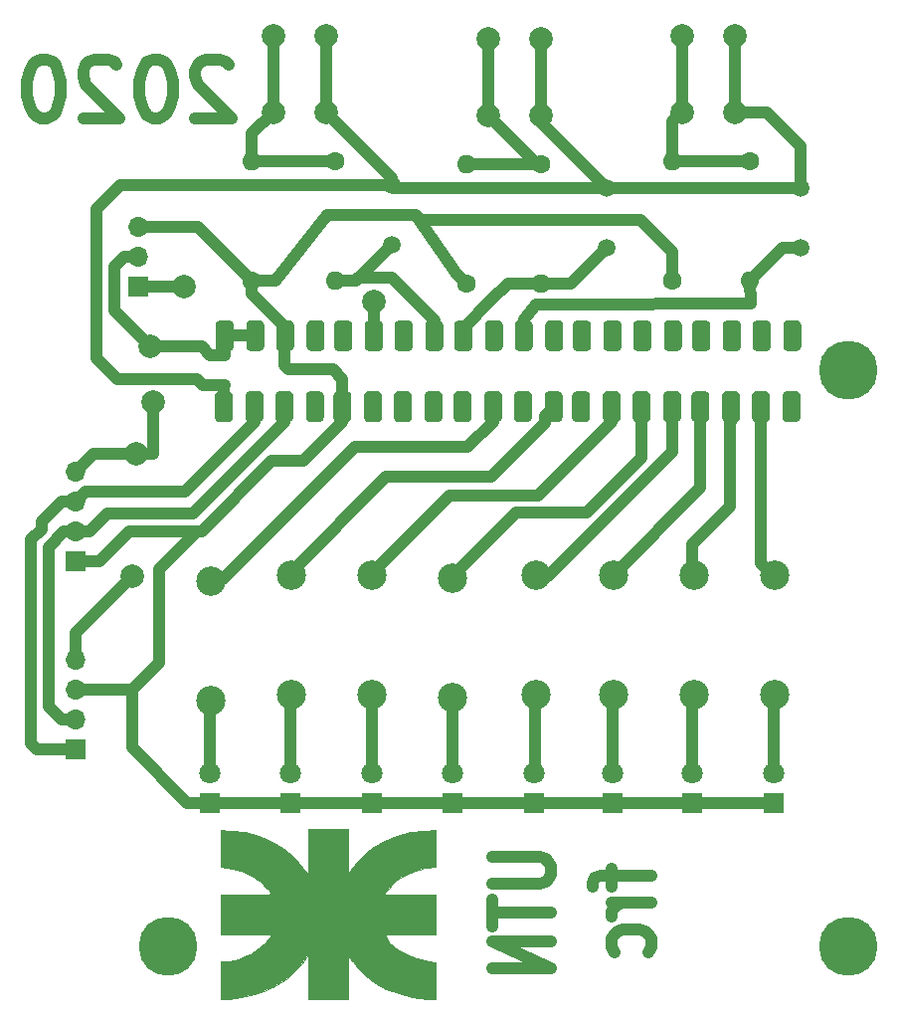
<source format=gbr>
G04 #@! TF.GenerationSoftware,KiCad,Pcbnew,5.1.5-52549c5~84~ubuntu18.04.1*
G04 #@! TF.CreationDate,2020-03-10T11:27:55-03:00*
G04 #@! TF.ProjectId,raspberry_pi_hat,72617370-6265-4727-9279-5f70695f6861,rev?*
G04 #@! TF.SameCoordinates,PX47868c0PY7bfa480*
G04 #@! TF.FileFunction,Copper,L2,Bot*
G04 #@! TF.FilePolarity,Positive*
%FSLAX46Y46*%
G04 Gerber Fmt 4.6, Leading zero omitted, Abs format (unit mm)*
G04 Created by KiCad (PCBNEW 5.1.5-52549c5~84~ubuntu18.04.1) date 2020-03-10 11:27:55*
%MOMM*%
%LPD*%
G04 APERTURE LIST*
%ADD10C,1.000000*%
%ADD11C,0.010000*%
%ADD12C,0.100000*%
%ADD13C,2.000000*%
%ADD14O,1.600000X1.600000*%
%ADD15C,1.600000*%
%ADD16O,1.700000X1.700000*%
%ADD17R,1.700000X1.700000*%
%ADD18C,1.800000*%
%ADD19R,1.800000X1.800000*%
%ADD20C,1.501140*%
%ADD21C,2.500000*%
%ADD22C,5.000000*%
G04 APERTURE END LIST*
D10*
X19071428Y80261905D02*
X18833333Y80500000D01*
X18357142Y80738096D01*
X17166666Y80738096D01*
X16690476Y80500000D01*
X16452380Y80261905D01*
X16214285Y79785715D01*
X16214285Y79309524D01*
X16452380Y78595239D01*
X19309523Y75738096D01*
X16214285Y75738096D01*
X13119047Y80738096D02*
X12642857Y80738096D01*
X12166666Y80500000D01*
X11928571Y80261905D01*
X11690476Y79785715D01*
X11452380Y78833334D01*
X11452380Y77642858D01*
X11690476Y76690477D01*
X11928571Y76214286D01*
X12166666Y75976191D01*
X12642857Y75738096D01*
X13119047Y75738096D01*
X13595238Y75976191D01*
X13833333Y76214286D01*
X14071428Y76690477D01*
X14309523Y77642858D01*
X14309523Y78833334D01*
X14071428Y79785715D01*
X13833333Y80261905D01*
X13595238Y80500000D01*
X13119047Y80738096D01*
X9547619Y80261905D02*
X9309523Y80500000D01*
X8833333Y80738096D01*
X7642857Y80738096D01*
X7166666Y80500000D01*
X6928571Y80261905D01*
X6690476Y79785715D01*
X6690476Y79309524D01*
X6928571Y78595239D01*
X9785714Y75738096D01*
X6690476Y75738096D01*
X3595238Y80738096D02*
X3119047Y80738096D01*
X2642857Y80500000D01*
X2404761Y80261905D01*
X2166666Y79785715D01*
X1928571Y78833334D01*
X1928571Y77642858D01*
X2166666Y76690477D01*
X2404761Y76214286D01*
X2642857Y75976191D01*
X3119047Y75738096D01*
X3595238Y75738096D01*
X4071428Y75976191D01*
X4309523Y76214286D01*
X4547619Y76690477D01*
X4785714Y77642858D01*
X4785714Y78833334D01*
X4547619Y79785715D01*
X4309523Y80261905D01*
X4071428Y80500000D01*
X3595238Y80738096D01*
X41525904Y12889905D02*
X45573523Y12889905D01*
X46049714Y12699429D01*
X46287809Y12508953D01*
X46525904Y12128000D01*
X46525904Y11366096D01*
X46287809Y10985143D01*
X46049714Y10794667D01*
X45573523Y10604191D01*
X41525904Y10604191D01*
X41525904Y9270858D02*
X41525904Y6985143D01*
X46525904Y8128000D02*
X41525904Y8128000D01*
X46525904Y5651810D02*
X41525904Y5651810D01*
X46525904Y3366096D01*
X41525904Y3366096D01*
X51692571Y11842286D02*
X51692571Y10318477D01*
X55025904Y11270858D02*
X50740190Y11270858D01*
X50264000Y11080381D01*
X50025904Y10699429D01*
X50025904Y10318477D01*
X55025904Y8985143D02*
X51692571Y8985143D01*
X52644952Y8985143D02*
X52168761Y8794667D01*
X51930666Y8604191D01*
X51692571Y8223239D01*
X51692571Y7842286D01*
X54787809Y4794667D02*
X55025904Y5175620D01*
X55025904Y5937524D01*
X54787809Y6318477D01*
X54549714Y6508953D01*
X54073523Y6699429D01*
X52644952Y6699429D01*
X52168761Y6508953D01*
X51930666Y6318477D01*
X51692571Y5937524D01*
X51692571Y5175620D01*
X51930666Y4794667D01*
D11*
G36*
X18697789Y3979333D02*
G01*
X19095013Y4018617D01*
X19583791Y4125719D01*
X20108616Y4284511D01*
X20613979Y4478866D01*
X20923941Y4626128D01*
X21268606Y4837180D01*
X21642760Y5114439D01*
X22006700Y5423303D01*
X22320721Y5729170D01*
X22545119Y5997435D01*
X22602056Y6088632D01*
X22696624Y6265333D01*
X18372666Y6265333D01*
X18372666Y9652000D01*
X20531666Y9652000D01*
X21189609Y9655036D01*
X21747397Y9663769D01*
X22189769Y9677634D01*
X22501461Y9696066D01*
X22667210Y9718502D01*
X22690666Y9731840D01*
X22630199Y9854016D01*
X22468338Y10054839D01*
X22234400Y10305302D01*
X21957697Y10576397D01*
X21667545Y10839116D01*
X21393256Y11064452D01*
X21215638Y11191438D01*
X20694567Y11471051D01*
X20072260Y11713669D01*
X19416245Y11896192D01*
X18894592Y11985489D01*
X18372666Y12044538D01*
X18372666Y15180701D01*
X19282833Y15130558D01*
X20480343Y14986156D01*
X21612706Y14691467D01*
X22670350Y14251490D01*
X23643705Y13671224D01*
X24523199Y12955666D01*
X25299261Y12109815D01*
X25454583Y11907519D01*
X25823333Y11411371D01*
X25823333Y15240000D01*
X29210000Y15240000D01*
X29210000Y11400968D01*
X29484429Y11817651D01*
X29792067Y12222405D01*
X30198679Y12669074D01*
X30658184Y13112200D01*
X31124502Y13506327D01*
X31403251Y13710511D01*
X32365983Y14265397D01*
X33422534Y14692411D01*
X34546495Y14982928D01*
X35711459Y15128322D01*
X35750500Y15130558D01*
X36660666Y15180701D01*
X36660666Y12022666D01*
X36445430Y12022666D01*
X36146317Y11995392D01*
X35747035Y11922889D01*
X35306059Y11819137D01*
X34881866Y11698115D01*
X34532930Y11573804D01*
X34488774Y11554890D01*
X33939623Y11266045D01*
X33404592Y10902393D01*
X32939093Y10504810D01*
X32675523Y10217263D01*
X32501957Y9988401D01*
X32381537Y9808839D01*
X32342666Y9725606D01*
X32423589Y9705676D01*
X32651395Y9687793D01*
X33003637Y9672725D01*
X33457868Y9661234D01*
X33991643Y9654088D01*
X34501666Y9652000D01*
X36660666Y9652000D01*
X36660666Y6265333D01*
X32336708Y6265333D01*
X32431342Y6088509D01*
X32748416Y5645864D01*
X33201806Y5219571D01*
X33758509Y4828440D01*
X34385525Y4491278D01*
X35049854Y4226894D01*
X35718494Y4054097D01*
X36089166Y4003770D01*
X36660666Y3954773D01*
X36660666Y753166D01*
X35919833Y807981D01*
X34666003Y966243D01*
X33519245Y1249232D01*
X32468584Y1660274D01*
X31672386Y2094382D01*
X31105874Y2491645D01*
X30543552Y2966245D01*
X30033993Y3473184D01*
X29625771Y3967461D01*
X29579103Y4033624D01*
X29252333Y4508227D01*
X29229546Y2635113D01*
X29206760Y762000D01*
X25823333Y762000D01*
X25823016Y2688166D01*
X25822700Y4614333D01*
X25642096Y4318000D01*
X25220391Y3737335D01*
X24672890Y3153048D01*
X24038749Y2599775D01*
X23357127Y2112149D01*
X22763985Y1772294D01*
X22035728Y1440400D01*
X21312332Y1186965D01*
X20547564Y999969D01*
X19695193Y867391D01*
X19028833Y801112D01*
X18372666Y747552D01*
X18372666Y3979333D01*
X18697789Y3979333D01*
G37*
X18697789Y3979333D02*
X19095013Y4018617D01*
X19583791Y4125719D01*
X20108616Y4284511D01*
X20613979Y4478866D01*
X20923941Y4626128D01*
X21268606Y4837180D01*
X21642760Y5114439D01*
X22006700Y5423303D01*
X22320721Y5729170D01*
X22545119Y5997435D01*
X22602056Y6088632D01*
X22696624Y6265333D01*
X18372666Y6265333D01*
X18372666Y9652000D01*
X20531666Y9652000D01*
X21189609Y9655036D01*
X21747397Y9663769D01*
X22189769Y9677634D01*
X22501461Y9696066D01*
X22667210Y9718502D01*
X22690666Y9731840D01*
X22630199Y9854016D01*
X22468338Y10054839D01*
X22234400Y10305302D01*
X21957697Y10576397D01*
X21667545Y10839116D01*
X21393256Y11064452D01*
X21215638Y11191438D01*
X20694567Y11471051D01*
X20072260Y11713669D01*
X19416245Y11896192D01*
X18894592Y11985489D01*
X18372666Y12044538D01*
X18372666Y15180701D01*
X19282833Y15130558D01*
X20480343Y14986156D01*
X21612706Y14691467D01*
X22670350Y14251490D01*
X23643705Y13671224D01*
X24523199Y12955666D01*
X25299261Y12109815D01*
X25454583Y11907519D01*
X25823333Y11411371D01*
X25823333Y15240000D01*
X29210000Y15240000D01*
X29210000Y11400968D01*
X29484429Y11817651D01*
X29792067Y12222405D01*
X30198679Y12669074D01*
X30658184Y13112200D01*
X31124502Y13506327D01*
X31403251Y13710511D01*
X32365983Y14265397D01*
X33422534Y14692411D01*
X34546495Y14982928D01*
X35711459Y15128322D01*
X35750500Y15130558D01*
X36660666Y15180701D01*
X36660666Y12022666D01*
X36445430Y12022666D01*
X36146317Y11995392D01*
X35747035Y11922889D01*
X35306059Y11819137D01*
X34881866Y11698115D01*
X34532930Y11573804D01*
X34488774Y11554890D01*
X33939623Y11266045D01*
X33404592Y10902393D01*
X32939093Y10504810D01*
X32675523Y10217263D01*
X32501957Y9988401D01*
X32381537Y9808839D01*
X32342666Y9725606D01*
X32423589Y9705676D01*
X32651395Y9687793D01*
X33003637Y9672725D01*
X33457868Y9661234D01*
X33991643Y9654088D01*
X34501666Y9652000D01*
X36660666Y9652000D01*
X36660666Y6265333D01*
X32336708Y6265333D01*
X32431342Y6088509D01*
X32748416Y5645864D01*
X33201806Y5219571D01*
X33758509Y4828440D01*
X34385525Y4491278D01*
X35049854Y4226894D01*
X35718494Y4054097D01*
X36089166Y4003770D01*
X36660666Y3954773D01*
X36660666Y753166D01*
X35919833Y807981D01*
X34666003Y966243D01*
X33519245Y1249232D01*
X32468584Y1660274D01*
X31672386Y2094382D01*
X31105874Y2491645D01*
X30543552Y2966245D01*
X30033993Y3473184D01*
X29625771Y3967461D01*
X29579103Y4033624D01*
X29252333Y4508227D01*
X29229546Y2635113D01*
X29206760Y762000D01*
X25823333Y762000D01*
X25823016Y2688166D01*
X25822700Y4614333D01*
X25642096Y4318000D01*
X25220391Y3737335D01*
X24672890Y3153048D01*
X24038749Y2599775D01*
X23357127Y2112149D01*
X22763985Y1772294D01*
X22035728Y1440400D01*
X21312332Y1186965D01*
X20547564Y999969D01*
X19695193Y867391D01*
X19028833Y801112D01*
X18372666Y747552D01*
X18372666Y3979333D01*
X18697789Y3979333D01*
G04 #@! TA.AperFunction,Conductor*
D12*
G36*
X39400845Y52490065D02*
G01*
X39437829Y52484579D01*
X39474098Y52475494D01*
X39509302Y52462898D01*
X39543102Y52446912D01*
X39575172Y52427690D01*
X39605204Y52405417D01*
X39632908Y52380308D01*
X39658017Y52352604D01*
X39680290Y52322572D01*
X39699512Y52290502D01*
X39715498Y52256702D01*
X39728094Y52221498D01*
X39737179Y52185229D01*
X39742665Y52148245D01*
X39744500Y52110900D01*
X39744500Y50282100D01*
X39742665Y50244755D01*
X39737179Y50207771D01*
X39728094Y50171502D01*
X39715498Y50136298D01*
X39699512Y50102498D01*
X39680290Y50070428D01*
X39658017Y50040396D01*
X39632908Y50012692D01*
X39605204Y49987583D01*
X39575172Y49965310D01*
X39543102Y49946088D01*
X39509302Y49930102D01*
X39474098Y49917506D01*
X39437829Y49908421D01*
X39400845Y49902935D01*
X39363500Y49901100D01*
X38601500Y49901100D01*
X38564155Y49902935D01*
X38527171Y49908421D01*
X38490902Y49917506D01*
X38455698Y49930102D01*
X38421898Y49946088D01*
X38389828Y49965310D01*
X38359796Y49987583D01*
X38332092Y50012692D01*
X38306983Y50040396D01*
X38284710Y50070428D01*
X38265488Y50102498D01*
X38249502Y50136298D01*
X38236906Y50171502D01*
X38227821Y50207771D01*
X38222335Y50244755D01*
X38220500Y50282100D01*
X38220500Y52110900D01*
X38222335Y52148245D01*
X38227821Y52185229D01*
X38236906Y52221498D01*
X38249502Y52256702D01*
X38265488Y52290502D01*
X38284710Y52322572D01*
X38306983Y52352604D01*
X38332092Y52380308D01*
X38359796Y52405417D01*
X38389828Y52427690D01*
X38421898Y52446912D01*
X38455698Y52462898D01*
X38490902Y52475494D01*
X38527171Y52484579D01*
X38564155Y52490065D01*
X38601500Y52491900D01*
X39363500Y52491900D01*
X39400845Y52490065D01*
G37*
G04 #@! TD.AperFunction*
G04 #@! TA.AperFunction,Conductor*
G36*
X67404345Y52490065D02*
G01*
X67441329Y52484579D01*
X67477598Y52475494D01*
X67512802Y52462898D01*
X67546602Y52446912D01*
X67578672Y52427690D01*
X67608704Y52405417D01*
X67636408Y52380308D01*
X67661517Y52352604D01*
X67683790Y52322572D01*
X67703012Y52290502D01*
X67718998Y52256702D01*
X67731594Y52221498D01*
X67740679Y52185229D01*
X67746165Y52148245D01*
X67748000Y52110900D01*
X67748000Y50282100D01*
X67746165Y50244755D01*
X67740679Y50207771D01*
X67731594Y50171502D01*
X67718998Y50136298D01*
X67703012Y50102498D01*
X67683790Y50070428D01*
X67661517Y50040396D01*
X67636408Y50012692D01*
X67608704Y49987583D01*
X67578672Y49965310D01*
X67546602Y49946088D01*
X67512802Y49930102D01*
X67477598Y49917506D01*
X67441329Y49908421D01*
X67404345Y49902935D01*
X67367000Y49901100D01*
X66605000Y49901100D01*
X66567655Y49902935D01*
X66530671Y49908421D01*
X66494402Y49917506D01*
X66459198Y49930102D01*
X66425398Y49946088D01*
X66393328Y49965310D01*
X66363296Y49987583D01*
X66335592Y50012692D01*
X66310483Y50040396D01*
X66288210Y50070428D01*
X66268988Y50102498D01*
X66253002Y50136298D01*
X66240406Y50171502D01*
X66231321Y50207771D01*
X66225835Y50244755D01*
X66224000Y50282100D01*
X66224000Y52110900D01*
X66225835Y52148245D01*
X66231321Y52185229D01*
X66240406Y52221498D01*
X66253002Y52256702D01*
X66268988Y52290502D01*
X66288210Y52322572D01*
X66310483Y52352604D01*
X66335592Y52380308D01*
X66363296Y52405417D01*
X66393328Y52427690D01*
X66425398Y52446912D01*
X66459198Y52462898D01*
X66494402Y52475494D01*
X66530671Y52484579D01*
X66567655Y52490065D01*
X66605000Y52491900D01*
X67367000Y52491900D01*
X67404345Y52490065D01*
G37*
G04 #@! TD.AperFunction*
G04 #@! TA.AperFunction,Conductor*
G36*
X64800845Y52490065D02*
G01*
X64837829Y52484579D01*
X64874098Y52475494D01*
X64909302Y52462898D01*
X64943102Y52446912D01*
X64975172Y52427690D01*
X65005204Y52405417D01*
X65032908Y52380308D01*
X65058017Y52352604D01*
X65080290Y52322572D01*
X65099512Y52290502D01*
X65115498Y52256702D01*
X65128094Y52221498D01*
X65137179Y52185229D01*
X65142665Y52148245D01*
X65144500Y52110900D01*
X65144500Y50282100D01*
X65142665Y50244755D01*
X65137179Y50207771D01*
X65128094Y50171502D01*
X65115498Y50136298D01*
X65099512Y50102498D01*
X65080290Y50070428D01*
X65058017Y50040396D01*
X65032908Y50012692D01*
X65005204Y49987583D01*
X64975172Y49965310D01*
X64943102Y49946088D01*
X64909302Y49930102D01*
X64874098Y49917506D01*
X64837829Y49908421D01*
X64800845Y49902935D01*
X64763500Y49901100D01*
X64001500Y49901100D01*
X63964155Y49902935D01*
X63927171Y49908421D01*
X63890902Y49917506D01*
X63855698Y49930102D01*
X63821898Y49946088D01*
X63789828Y49965310D01*
X63759796Y49987583D01*
X63732092Y50012692D01*
X63706983Y50040396D01*
X63684710Y50070428D01*
X63665488Y50102498D01*
X63649502Y50136298D01*
X63636906Y50171502D01*
X63627821Y50207771D01*
X63622335Y50244755D01*
X63620500Y50282100D01*
X63620500Y52110900D01*
X63622335Y52148245D01*
X63627821Y52185229D01*
X63636906Y52221498D01*
X63649502Y52256702D01*
X63665488Y52290502D01*
X63684710Y52322572D01*
X63706983Y52352604D01*
X63732092Y52380308D01*
X63759796Y52405417D01*
X63789828Y52427690D01*
X63821898Y52446912D01*
X63855698Y52462898D01*
X63890902Y52475494D01*
X63927171Y52484579D01*
X63964155Y52490065D01*
X64001500Y52491900D01*
X64763500Y52491900D01*
X64800845Y52490065D01*
G37*
G04 #@! TD.AperFunction*
G04 #@! TA.AperFunction,Conductor*
G36*
X59657345Y52490065D02*
G01*
X59694329Y52484579D01*
X59730598Y52475494D01*
X59765802Y52462898D01*
X59799602Y52446912D01*
X59831672Y52427690D01*
X59861704Y52405417D01*
X59889408Y52380308D01*
X59914517Y52352604D01*
X59936790Y52322572D01*
X59956012Y52290502D01*
X59971998Y52256702D01*
X59984594Y52221498D01*
X59993679Y52185229D01*
X59999165Y52148245D01*
X60001000Y52110900D01*
X60001000Y50282100D01*
X59999165Y50244755D01*
X59993679Y50207771D01*
X59984594Y50171502D01*
X59971998Y50136298D01*
X59956012Y50102498D01*
X59936790Y50070428D01*
X59914517Y50040396D01*
X59889408Y50012692D01*
X59861704Y49987583D01*
X59831672Y49965310D01*
X59799602Y49946088D01*
X59765802Y49930102D01*
X59730598Y49917506D01*
X59694329Y49908421D01*
X59657345Y49902935D01*
X59620000Y49901100D01*
X58858000Y49901100D01*
X58820655Y49902935D01*
X58783671Y49908421D01*
X58747402Y49917506D01*
X58712198Y49930102D01*
X58678398Y49946088D01*
X58646328Y49965310D01*
X58616296Y49987583D01*
X58588592Y50012692D01*
X58563483Y50040396D01*
X58541210Y50070428D01*
X58521988Y50102498D01*
X58506002Y50136298D01*
X58493406Y50171502D01*
X58484321Y50207771D01*
X58478835Y50244755D01*
X58477000Y50282100D01*
X58477000Y52110900D01*
X58478835Y52148245D01*
X58484321Y52185229D01*
X58493406Y52221498D01*
X58506002Y52256702D01*
X58521988Y52290502D01*
X58541210Y52322572D01*
X58563483Y52352604D01*
X58588592Y52380308D01*
X58616296Y52405417D01*
X58646328Y52427690D01*
X58678398Y52446912D01*
X58712198Y52462898D01*
X58747402Y52475494D01*
X58783671Y52484579D01*
X58820655Y52490065D01*
X58858000Y52491900D01*
X59620000Y52491900D01*
X59657345Y52490065D01*
G37*
G04 #@! TD.AperFunction*
G04 #@! TA.AperFunction,Conductor*
G36*
X62260845Y52490065D02*
G01*
X62297829Y52484579D01*
X62334098Y52475494D01*
X62369302Y52462898D01*
X62403102Y52446912D01*
X62435172Y52427690D01*
X62465204Y52405417D01*
X62492908Y52380308D01*
X62518017Y52352604D01*
X62540290Y52322572D01*
X62559512Y52290502D01*
X62575498Y52256702D01*
X62588094Y52221498D01*
X62597179Y52185229D01*
X62602665Y52148245D01*
X62604500Y52110900D01*
X62604500Y50282100D01*
X62602665Y50244755D01*
X62597179Y50207771D01*
X62588094Y50171502D01*
X62575498Y50136298D01*
X62559512Y50102498D01*
X62540290Y50070428D01*
X62518017Y50040396D01*
X62492908Y50012692D01*
X62465204Y49987583D01*
X62435172Y49965310D01*
X62403102Y49946088D01*
X62369302Y49930102D01*
X62334098Y49917506D01*
X62297829Y49908421D01*
X62260845Y49902935D01*
X62223500Y49901100D01*
X61461500Y49901100D01*
X61424155Y49902935D01*
X61387171Y49908421D01*
X61350902Y49917506D01*
X61315698Y49930102D01*
X61281898Y49946088D01*
X61249828Y49965310D01*
X61219796Y49987583D01*
X61192092Y50012692D01*
X61166983Y50040396D01*
X61144710Y50070428D01*
X61125488Y50102498D01*
X61109502Y50136298D01*
X61096906Y50171502D01*
X61087821Y50207771D01*
X61082335Y50244755D01*
X61080500Y50282100D01*
X61080500Y52110900D01*
X61082335Y52148245D01*
X61087821Y52185229D01*
X61096906Y52221498D01*
X61109502Y52256702D01*
X61125488Y52290502D01*
X61144710Y52322572D01*
X61166983Y52352604D01*
X61192092Y52380308D01*
X61219796Y52405417D01*
X61249828Y52427690D01*
X61281898Y52446912D01*
X61315698Y52462898D01*
X61350902Y52475494D01*
X61387171Y52484579D01*
X61424155Y52490065D01*
X61461500Y52491900D01*
X62223500Y52491900D01*
X62260845Y52490065D01*
G37*
G04 #@! TD.AperFunction*
G04 #@! TA.AperFunction,Conductor*
G36*
X52100845Y52490065D02*
G01*
X52137829Y52484579D01*
X52174098Y52475494D01*
X52209302Y52462898D01*
X52243102Y52446912D01*
X52275172Y52427690D01*
X52305204Y52405417D01*
X52332908Y52380308D01*
X52358017Y52352604D01*
X52380290Y52322572D01*
X52399512Y52290502D01*
X52415498Y52256702D01*
X52428094Y52221498D01*
X52437179Y52185229D01*
X52442665Y52148245D01*
X52444500Y52110900D01*
X52444500Y50282100D01*
X52442665Y50244755D01*
X52437179Y50207771D01*
X52428094Y50171502D01*
X52415498Y50136298D01*
X52399512Y50102498D01*
X52380290Y50070428D01*
X52358017Y50040396D01*
X52332908Y50012692D01*
X52305204Y49987583D01*
X52275172Y49965310D01*
X52243102Y49946088D01*
X52209302Y49930102D01*
X52174098Y49917506D01*
X52137829Y49908421D01*
X52100845Y49902935D01*
X52063500Y49901100D01*
X51301500Y49901100D01*
X51264155Y49902935D01*
X51227171Y49908421D01*
X51190902Y49917506D01*
X51155698Y49930102D01*
X51121898Y49946088D01*
X51089828Y49965310D01*
X51059796Y49987583D01*
X51032092Y50012692D01*
X51006983Y50040396D01*
X50984710Y50070428D01*
X50965488Y50102498D01*
X50949502Y50136298D01*
X50936906Y50171502D01*
X50927821Y50207771D01*
X50922335Y50244755D01*
X50920500Y50282100D01*
X50920500Y52110900D01*
X50922335Y52148245D01*
X50927821Y52185229D01*
X50936906Y52221498D01*
X50949502Y52256702D01*
X50965488Y52290502D01*
X50984710Y52322572D01*
X51006983Y52352604D01*
X51032092Y52380308D01*
X51059796Y52405417D01*
X51089828Y52427690D01*
X51121898Y52446912D01*
X51155698Y52462898D01*
X51190902Y52475494D01*
X51227171Y52484579D01*
X51264155Y52490065D01*
X51301500Y52491900D01*
X52063500Y52491900D01*
X52100845Y52490065D01*
G37*
G04 #@! TD.AperFunction*
G04 #@! TA.AperFunction,Conductor*
G36*
X49497345Y52490065D02*
G01*
X49534329Y52484579D01*
X49570598Y52475494D01*
X49605802Y52462898D01*
X49639602Y52446912D01*
X49671672Y52427690D01*
X49701704Y52405417D01*
X49729408Y52380308D01*
X49754517Y52352604D01*
X49776790Y52322572D01*
X49796012Y52290502D01*
X49811998Y52256702D01*
X49824594Y52221498D01*
X49833679Y52185229D01*
X49839165Y52148245D01*
X49841000Y52110900D01*
X49841000Y50282100D01*
X49839165Y50244755D01*
X49833679Y50207771D01*
X49824594Y50171502D01*
X49811998Y50136298D01*
X49796012Y50102498D01*
X49776790Y50070428D01*
X49754517Y50040396D01*
X49729408Y50012692D01*
X49701704Y49987583D01*
X49671672Y49965310D01*
X49639602Y49946088D01*
X49605802Y49930102D01*
X49570598Y49917506D01*
X49534329Y49908421D01*
X49497345Y49902935D01*
X49460000Y49901100D01*
X48698000Y49901100D01*
X48660655Y49902935D01*
X48623671Y49908421D01*
X48587402Y49917506D01*
X48552198Y49930102D01*
X48518398Y49946088D01*
X48486328Y49965310D01*
X48456296Y49987583D01*
X48428592Y50012692D01*
X48403483Y50040396D01*
X48381210Y50070428D01*
X48361988Y50102498D01*
X48346002Y50136298D01*
X48333406Y50171502D01*
X48324321Y50207771D01*
X48318835Y50244755D01*
X48317000Y50282100D01*
X48317000Y52110900D01*
X48318835Y52148245D01*
X48324321Y52185229D01*
X48333406Y52221498D01*
X48346002Y52256702D01*
X48361988Y52290502D01*
X48381210Y52322572D01*
X48403483Y52352604D01*
X48428592Y52380308D01*
X48456296Y52405417D01*
X48486328Y52427690D01*
X48518398Y52446912D01*
X48552198Y52462898D01*
X48587402Y52475494D01*
X48623671Y52484579D01*
X48660655Y52490065D01*
X48698000Y52491900D01*
X49460000Y52491900D01*
X49497345Y52490065D01*
G37*
G04 #@! TD.AperFunction*
G04 #@! TA.AperFunction,Conductor*
G36*
X42004345Y52490065D02*
G01*
X42041329Y52484579D01*
X42077598Y52475494D01*
X42112802Y52462898D01*
X42146602Y52446912D01*
X42178672Y52427690D01*
X42208704Y52405417D01*
X42236408Y52380308D01*
X42261517Y52352604D01*
X42283790Y52322572D01*
X42303012Y52290502D01*
X42318998Y52256702D01*
X42331594Y52221498D01*
X42340679Y52185229D01*
X42346165Y52148245D01*
X42348000Y52110900D01*
X42348000Y50282100D01*
X42346165Y50244755D01*
X42340679Y50207771D01*
X42331594Y50171502D01*
X42318998Y50136298D01*
X42303012Y50102498D01*
X42283790Y50070428D01*
X42261517Y50040396D01*
X42236408Y50012692D01*
X42208704Y49987583D01*
X42178672Y49965310D01*
X42146602Y49946088D01*
X42112802Y49930102D01*
X42077598Y49917506D01*
X42041329Y49908421D01*
X42004345Y49902935D01*
X41967000Y49901100D01*
X41205000Y49901100D01*
X41167655Y49902935D01*
X41130671Y49908421D01*
X41094402Y49917506D01*
X41059198Y49930102D01*
X41025398Y49946088D01*
X40993328Y49965310D01*
X40963296Y49987583D01*
X40935592Y50012692D01*
X40910483Y50040396D01*
X40888210Y50070428D01*
X40868988Y50102498D01*
X40853002Y50136298D01*
X40840406Y50171502D01*
X40831321Y50207771D01*
X40825835Y50244755D01*
X40824000Y50282100D01*
X40824000Y52110900D01*
X40825835Y52148245D01*
X40831321Y52185229D01*
X40840406Y52221498D01*
X40853002Y52256702D01*
X40868988Y52290502D01*
X40888210Y52322572D01*
X40910483Y52352604D01*
X40935592Y52380308D01*
X40963296Y52405417D01*
X40993328Y52427690D01*
X41025398Y52446912D01*
X41059198Y52462898D01*
X41094402Y52475494D01*
X41130671Y52484579D01*
X41167655Y52490065D01*
X41205000Y52491900D01*
X41967000Y52491900D01*
X42004345Y52490065D01*
G37*
G04 #@! TD.AperFunction*
G04 #@! TA.AperFunction,Conductor*
G36*
X26827845Y52490065D02*
G01*
X26864829Y52484579D01*
X26901098Y52475494D01*
X26936302Y52462898D01*
X26970102Y52446912D01*
X27002172Y52427690D01*
X27032204Y52405417D01*
X27059908Y52380308D01*
X27085017Y52352604D01*
X27107290Y52322572D01*
X27126512Y52290502D01*
X27142498Y52256702D01*
X27155094Y52221498D01*
X27164179Y52185229D01*
X27169665Y52148245D01*
X27171500Y52110900D01*
X27171500Y50282100D01*
X27169665Y50244755D01*
X27164179Y50207771D01*
X27155094Y50171502D01*
X27142498Y50136298D01*
X27126512Y50102498D01*
X27107290Y50070428D01*
X27085017Y50040396D01*
X27059908Y50012692D01*
X27032204Y49987583D01*
X27002172Y49965310D01*
X26970102Y49946088D01*
X26936302Y49930102D01*
X26901098Y49917506D01*
X26864829Y49908421D01*
X26827845Y49902935D01*
X26790500Y49901100D01*
X26028500Y49901100D01*
X25991155Y49902935D01*
X25954171Y49908421D01*
X25917902Y49917506D01*
X25882698Y49930102D01*
X25848898Y49946088D01*
X25816828Y49965310D01*
X25786796Y49987583D01*
X25759092Y50012692D01*
X25733983Y50040396D01*
X25711710Y50070428D01*
X25692488Y50102498D01*
X25676502Y50136298D01*
X25663906Y50171502D01*
X25654821Y50207771D01*
X25649335Y50244755D01*
X25647500Y50282100D01*
X25647500Y52110900D01*
X25649335Y52148245D01*
X25654821Y52185229D01*
X25663906Y52221498D01*
X25676502Y52256702D01*
X25692488Y52290502D01*
X25711710Y52322572D01*
X25733983Y52352604D01*
X25759092Y52380308D01*
X25786796Y52405417D01*
X25816828Y52427690D01*
X25848898Y52446912D01*
X25882698Y52462898D01*
X25917902Y52475494D01*
X25954171Y52484579D01*
X25991155Y52490065D01*
X26028500Y52491900D01*
X26790500Y52491900D01*
X26827845Y52490065D01*
G37*
G04 #@! TD.AperFunction*
G04 #@! TA.AperFunction,Conductor*
G36*
X29177345Y52490065D02*
G01*
X29214329Y52484579D01*
X29250598Y52475494D01*
X29285802Y52462898D01*
X29319602Y52446912D01*
X29351672Y52427690D01*
X29381704Y52405417D01*
X29409408Y52380308D01*
X29434517Y52352604D01*
X29456790Y52322572D01*
X29476012Y52290502D01*
X29491998Y52256702D01*
X29504594Y52221498D01*
X29513679Y52185229D01*
X29519165Y52148245D01*
X29521000Y52110900D01*
X29521000Y50282100D01*
X29519165Y50244755D01*
X29513679Y50207771D01*
X29504594Y50171502D01*
X29491998Y50136298D01*
X29476012Y50102498D01*
X29456790Y50070428D01*
X29434517Y50040396D01*
X29409408Y50012692D01*
X29381704Y49987583D01*
X29351672Y49965310D01*
X29319602Y49946088D01*
X29285802Y49930102D01*
X29250598Y49917506D01*
X29214329Y49908421D01*
X29177345Y49902935D01*
X29140000Y49901100D01*
X28378000Y49901100D01*
X28340655Y49902935D01*
X28303671Y49908421D01*
X28267402Y49917506D01*
X28232198Y49930102D01*
X28198398Y49946088D01*
X28166328Y49965310D01*
X28136296Y49987583D01*
X28108592Y50012692D01*
X28083483Y50040396D01*
X28061210Y50070428D01*
X28041988Y50102498D01*
X28026002Y50136298D01*
X28013406Y50171502D01*
X28004321Y50207771D01*
X27998835Y50244755D01*
X27997000Y50282100D01*
X27997000Y52110900D01*
X27998835Y52148245D01*
X28004321Y52185229D01*
X28013406Y52221498D01*
X28026002Y52256702D01*
X28041988Y52290502D01*
X28061210Y52322572D01*
X28083483Y52352604D01*
X28108592Y52380308D01*
X28136296Y52405417D01*
X28166328Y52427690D01*
X28198398Y52446912D01*
X28232198Y52462898D01*
X28267402Y52475494D01*
X28303671Y52484579D01*
X28340655Y52490065D01*
X28378000Y52491900D01*
X29140000Y52491900D01*
X29177345Y52490065D01*
G37*
G04 #@! TD.AperFunction*
G04 #@! TA.AperFunction,Conductor*
G36*
X44544345Y52490065D02*
G01*
X44581329Y52484579D01*
X44617598Y52475494D01*
X44652802Y52462898D01*
X44686602Y52446912D01*
X44718672Y52427690D01*
X44748704Y52405417D01*
X44776408Y52380308D01*
X44801517Y52352604D01*
X44823790Y52322572D01*
X44843012Y52290502D01*
X44858998Y52256702D01*
X44871594Y52221498D01*
X44880679Y52185229D01*
X44886165Y52148245D01*
X44888000Y52110900D01*
X44888000Y50282100D01*
X44886165Y50244755D01*
X44880679Y50207771D01*
X44871594Y50171502D01*
X44858998Y50136298D01*
X44843012Y50102498D01*
X44823790Y50070428D01*
X44801517Y50040396D01*
X44776408Y50012692D01*
X44748704Y49987583D01*
X44718672Y49965310D01*
X44686602Y49946088D01*
X44652802Y49930102D01*
X44617598Y49917506D01*
X44581329Y49908421D01*
X44544345Y49902935D01*
X44507000Y49901100D01*
X43745000Y49901100D01*
X43707655Y49902935D01*
X43670671Y49908421D01*
X43634402Y49917506D01*
X43599198Y49930102D01*
X43565398Y49946088D01*
X43533328Y49965310D01*
X43503296Y49987583D01*
X43475592Y50012692D01*
X43450483Y50040396D01*
X43428210Y50070428D01*
X43408988Y50102498D01*
X43393002Y50136298D01*
X43380406Y50171502D01*
X43371321Y50207771D01*
X43365835Y50244755D01*
X43364000Y50282100D01*
X43364000Y52110900D01*
X43365835Y52148245D01*
X43371321Y52185229D01*
X43380406Y52221498D01*
X43393002Y52256702D01*
X43408988Y52290502D01*
X43428210Y52322572D01*
X43450483Y52352604D01*
X43475592Y52380308D01*
X43503296Y52405417D01*
X43533328Y52427690D01*
X43565398Y52446912D01*
X43599198Y52462898D01*
X43634402Y52475494D01*
X43670671Y52484579D01*
X43707655Y52490065D01*
X43745000Y52491900D01*
X44507000Y52491900D01*
X44544345Y52490065D01*
G37*
G04 #@! TD.AperFunction*
G04 #@! TA.AperFunction,Conductor*
G36*
X54640845Y52490065D02*
G01*
X54677829Y52484579D01*
X54714098Y52475494D01*
X54749302Y52462898D01*
X54783102Y52446912D01*
X54815172Y52427690D01*
X54845204Y52405417D01*
X54872908Y52380308D01*
X54898017Y52352604D01*
X54920290Y52322572D01*
X54939512Y52290502D01*
X54955498Y52256702D01*
X54968094Y52221498D01*
X54977179Y52185229D01*
X54982665Y52148245D01*
X54984500Y52110900D01*
X54984500Y50282100D01*
X54982665Y50244755D01*
X54977179Y50207771D01*
X54968094Y50171502D01*
X54955498Y50136298D01*
X54939512Y50102498D01*
X54920290Y50070428D01*
X54898017Y50040396D01*
X54872908Y50012692D01*
X54845204Y49987583D01*
X54815172Y49965310D01*
X54783102Y49946088D01*
X54749302Y49930102D01*
X54714098Y49917506D01*
X54677829Y49908421D01*
X54640845Y49902935D01*
X54603500Y49901100D01*
X53841500Y49901100D01*
X53804155Y49902935D01*
X53767171Y49908421D01*
X53730902Y49917506D01*
X53695698Y49930102D01*
X53661898Y49946088D01*
X53629828Y49965310D01*
X53599796Y49987583D01*
X53572092Y50012692D01*
X53546983Y50040396D01*
X53524710Y50070428D01*
X53505488Y50102498D01*
X53489502Y50136298D01*
X53476906Y50171502D01*
X53467821Y50207771D01*
X53462335Y50244755D01*
X53460500Y50282100D01*
X53460500Y52110900D01*
X53462335Y52148245D01*
X53467821Y52185229D01*
X53476906Y52221498D01*
X53489502Y52256702D01*
X53505488Y52290502D01*
X53524710Y52322572D01*
X53546983Y52352604D01*
X53572092Y52380308D01*
X53599796Y52405417D01*
X53629828Y52427690D01*
X53661898Y52446912D01*
X53695698Y52462898D01*
X53730902Y52475494D01*
X53767171Y52484579D01*
X53804155Y52490065D01*
X53841500Y52491900D01*
X54603500Y52491900D01*
X54640845Y52490065D01*
G37*
G04 #@! TD.AperFunction*
G04 #@! TA.AperFunction,Conductor*
G36*
X21684345Y52490065D02*
G01*
X21721329Y52484579D01*
X21757598Y52475494D01*
X21792802Y52462898D01*
X21826602Y52446912D01*
X21858672Y52427690D01*
X21888704Y52405417D01*
X21916408Y52380308D01*
X21941517Y52352604D01*
X21963790Y52322572D01*
X21983012Y52290502D01*
X21998998Y52256702D01*
X22011594Y52221498D01*
X22020679Y52185229D01*
X22026165Y52148245D01*
X22028000Y52110900D01*
X22028000Y50282100D01*
X22026165Y50244755D01*
X22020679Y50207771D01*
X22011594Y50171502D01*
X21998998Y50136298D01*
X21983012Y50102498D01*
X21963790Y50070428D01*
X21941517Y50040396D01*
X21916408Y50012692D01*
X21888704Y49987583D01*
X21858672Y49965310D01*
X21826602Y49946088D01*
X21792802Y49930102D01*
X21757598Y49917506D01*
X21721329Y49908421D01*
X21684345Y49902935D01*
X21647000Y49901100D01*
X20885000Y49901100D01*
X20847655Y49902935D01*
X20810671Y49908421D01*
X20774402Y49917506D01*
X20739198Y49930102D01*
X20705398Y49946088D01*
X20673328Y49965310D01*
X20643296Y49987583D01*
X20615592Y50012692D01*
X20590483Y50040396D01*
X20568210Y50070428D01*
X20548988Y50102498D01*
X20533002Y50136298D01*
X20520406Y50171502D01*
X20511321Y50207771D01*
X20505835Y50244755D01*
X20504000Y50282100D01*
X20504000Y52110900D01*
X20505835Y52148245D01*
X20511321Y52185229D01*
X20520406Y52221498D01*
X20533002Y52256702D01*
X20548988Y52290502D01*
X20568210Y52322572D01*
X20590483Y52352604D01*
X20615592Y52380308D01*
X20643296Y52405417D01*
X20673328Y52427690D01*
X20705398Y52446912D01*
X20739198Y52462898D01*
X20774402Y52475494D01*
X20810671Y52484579D01*
X20847655Y52490065D01*
X20885000Y52491900D01*
X21647000Y52491900D01*
X21684345Y52490065D01*
G37*
G04 #@! TD.AperFunction*
G04 #@! TA.AperFunction,Conductor*
G36*
X24224345Y52490065D02*
G01*
X24261329Y52484579D01*
X24297598Y52475494D01*
X24332802Y52462898D01*
X24366602Y52446912D01*
X24398672Y52427690D01*
X24428704Y52405417D01*
X24456408Y52380308D01*
X24481517Y52352604D01*
X24503790Y52322572D01*
X24523012Y52290502D01*
X24538998Y52256702D01*
X24551594Y52221498D01*
X24560679Y52185229D01*
X24566165Y52148245D01*
X24568000Y52110900D01*
X24568000Y50282100D01*
X24566165Y50244755D01*
X24560679Y50207771D01*
X24551594Y50171502D01*
X24538998Y50136298D01*
X24523012Y50102498D01*
X24503790Y50070428D01*
X24481517Y50040396D01*
X24456408Y50012692D01*
X24428704Y49987583D01*
X24398672Y49965310D01*
X24366602Y49946088D01*
X24332802Y49930102D01*
X24297598Y49917506D01*
X24261329Y49908421D01*
X24224345Y49902935D01*
X24187000Y49901100D01*
X23425000Y49901100D01*
X23387655Y49902935D01*
X23350671Y49908421D01*
X23314402Y49917506D01*
X23279198Y49930102D01*
X23245398Y49946088D01*
X23213328Y49965310D01*
X23183296Y49987583D01*
X23155592Y50012692D01*
X23130483Y50040396D01*
X23108210Y50070428D01*
X23088988Y50102498D01*
X23073002Y50136298D01*
X23060406Y50171502D01*
X23051321Y50207771D01*
X23045835Y50244755D01*
X23044000Y50282100D01*
X23044000Y52110900D01*
X23045835Y52148245D01*
X23051321Y52185229D01*
X23060406Y52221498D01*
X23073002Y52256702D01*
X23088988Y52290502D01*
X23108210Y52322572D01*
X23130483Y52352604D01*
X23155592Y52380308D01*
X23183296Y52405417D01*
X23213328Y52427690D01*
X23245398Y52446912D01*
X23279198Y52462898D01*
X23314402Y52475494D01*
X23350671Y52484579D01*
X23387655Y52490065D01*
X23425000Y52491900D01*
X24187000Y52491900D01*
X24224345Y52490065D01*
G37*
G04 #@! TD.AperFunction*
G04 #@! TA.AperFunction,Conductor*
G36*
X36924345Y52490065D02*
G01*
X36961329Y52484579D01*
X36997598Y52475494D01*
X37032802Y52462898D01*
X37066602Y52446912D01*
X37098672Y52427690D01*
X37128704Y52405417D01*
X37156408Y52380308D01*
X37181517Y52352604D01*
X37203790Y52322572D01*
X37223012Y52290502D01*
X37238998Y52256702D01*
X37251594Y52221498D01*
X37260679Y52185229D01*
X37266165Y52148245D01*
X37268000Y52110900D01*
X37268000Y50282100D01*
X37266165Y50244755D01*
X37260679Y50207771D01*
X37251594Y50171502D01*
X37238998Y50136298D01*
X37223012Y50102498D01*
X37203790Y50070428D01*
X37181517Y50040396D01*
X37156408Y50012692D01*
X37128704Y49987583D01*
X37098672Y49965310D01*
X37066602Y49946088D01*
X37032802Y49930102D01*
X36997598Y49917506D01*
X36961329Y49908421D01*
X36924345Y49902935D01*
X36887000Y49901100D01*
X36125000Y49901100D01*
X36087655Y49902935D01*
X36050671Y49908421D01*
X36014402Y49917506D01*
X35979198Y49930102D01*
X35945398Y49946088D01*
X35913328Y49965310D01*
X35883296Y49987583D01*
X35855592Y50012692D01*
X35830483Y50040396D01*
X35808210Y50070428D01*
X35788988Y50102498D01*
X35773002Y50136298D01*
X35760406Y50171502D01*
X35751321Y50207771D01*
X35745835Y50244755D01*
X35744000Y50282100D01*
X35744000Y52110900D01*
X35745835Y52148245D01*
X35751321Y52185229D01*
X35760406Y52221498D01*
X35773002Y52256702D01*
X35788988Y52290502D01*
X35808210Y52322572D01*
X35830483Y52352604D01*
X35855592Y52380308D01*
X35883296Y52405417D01*
X35913328Y52427690D01*
X35945398Y52446912D01*
X35979198Y52462898D01*
X36014402Y52475494D01*
X36050671Y52484579D01*
X36087655Y52490065D01*
X36125000Y52491900D01*
X36887000Y52491900D01*
X36924345Y52490065D01*
G37*
G04 #@! TD.AperFunction*
G04 #@! TA.AperFunction,Conductor*
G36*
X19080845Y52490065D02*
G01*
X19117829Y52484579D01*
X19154098Y52475494D01*
X19189302Y52462898D01*
X19223102Y52446912D01*
X19255172Y52427690D01*
X19285204Y52405417D01*
X19312908Y52380308D01*
X19338017Y52352604D01*
X19360290Y52322572D01*
X19379512Y52290502D01*
X19395498Y52256702D01*
X19408094Y52221498D01*
X19417179Y52185229D01*
X19422665Y52148245D01*
X19424500Y52110900D01*
X19424500Y50282100D01*
X19422665Y50244755D01*
X19417179Y50207771D01*
X19408094Y50171502D01*
X19395498Y50136298D01*
X19379512Y50102498D01*
X19360290Y50070428D01*
X19338017Y50040396D01*
X19312908Y50012692D01*
X19285204Y49987583D01*
X19255172Y49965310D01*
X19223102Y49946088D01*
X19189302Y49930102D01*
X19154098Y49917506D01*
X19117829Y49908421D01*
X19080845Y49902935D01*
X19043500Y49901100D01*
X18281500Y49901100D01*
X18244155Y49902935D01*
X18207171Y49908421D01*
X18170902Y49917506D01*
X18135698Y49930102D01*
X18101898Y49946088D01*
X18069828Y49965310D01*
X18039796Y49987583D01*
X18012092Y50012692D01*
X17986983Y50040396D01*
X17964710Y50070428D01*
X17945488Y50102498D01*
X17929502Y50136298D01*
X17916906Y50171502D01*
X17907821Y50207771D01*
X17902335Y50244755D01*
X17900500Y50282100D01*
X17900500Y52110900D01*
X17902335Y52148245D01*
X17907821Y52185229D01*
X17916906Y52221498D01*
X17929502Y52256702D01*
X17945488Y52290502D01*
X17964710Y52322572D01*
X17986983Y52352604D01*
X18012092Y52380308D01*
X18039796Y52405417D01*
X18069828Y52427690D01*
X18101898Y52446912D01*
X18135698Y52462898D01*
X18170902Y52475494D01*
X18207171Y52484579D01*
X18244155Y52490065D01*
X18281500Y52491900D01*
X19043500Y52491900D01*
X19080845Y52490065D01*
G37*
G04 #@! TD.AperFunction*
G04 #@! TA.AperFunction,Conductor*
G36*
X57244345Y52490065D02*
G01*
X57281329Y52484579D01*
X57317598Y52475494D01*
X57352802Y52462898D01*
X57386602Y52446912D01*
X57418672Y52427690D01*
X57448704Y52405417D01*
X57476408Y52380308D01*
X57501517Y52352604D01*
X57523790Y52322572D01*
X57543012Y52290502D01*
X57558998Y52256702D01*
X57571594Y52221498D01*
X57580679Y52185229D01*
X57586165Y52148245D01*
X57588000Y52110900D01*
X57588000Y50282100D01*
X57586165Y50244755D01*
X57580679Y50207771D01*
X57571594Y50171502D01*
X57558998Y50136298D01*
X57543012Y50102498D01*
X57523790Y50070428D01*
X57501517Y50040396D01*
X57476408Y50012692D01*
X57448704Y49987583D01*
X57418672Y49965310D01*
X57386602Y49946088D01*
X57352802Y49930102D01*
X57317598Y49917506D01*
X57281329Y49908421D01*
X57244345Y49902935D01*
X57207000Y49901100D01*
X56445000Y49901100D01*
X56407655Y49902935D01*
X56370671Y49908421D01*
X56334402Y49917506D01*
X56299198Y49930102D01*
X56265398Y49946088D01*
X56233328Y49965310D01*
X56203296Y49987583D01*
X56175592Y50012692D01*
X56150483Y50040396D01*
X56128210Y50070428D01*
X56108988Y50102498D01*
X56093002Y50136298D01*
X56080406Y50171502D01*
X56071321Y50207771D01*
X56065835Y50244755D01*
X56064000Y50282100D01*
X56064000Y52110900D01*
X56065835Y52148245D01*
X56071321Y52185229D01*
X56080406Y52221498D01*
X56093002Y52256702D01*
X56108988Y52290502D01*
X56128210Y52322572D01*
X56150483Y52352604D01*
X56175592Y52380308D01*
X56203296Y52405417D01*
X56233328Y52427690D01*
X56265398Y52446912D01*
X56299198Y52462898D01*
X56334402Y52475494D01*
X56370671Y52484579D01*
X56407655Y52490065D01*
X56445000Y52491900D01*
X57207000Y52491900D01*
X57244345Y52490065D01*
G37*
G04 #@! TD.AperFunction*
G04 #@! TA.AperFunction,Conductor*
G36*
X31780845Y52490065D02*
G01*
X31817829Y52484579D01*
X31854098Y52475494D01*
X31889302Y52462898D01*
X31923102Y52446912D01*
X31955172Y52427690D01*
X31985204Y52405417D01*
X32012908Y52380308D01*
X32038017Y52352604D01*
X32060290Y52322572D01*
X32079512Y52290502D01*
X32095498Y52256702D01*
X32108094Y52221498D01*
X32117179Y52185229D01*
X32122665Y52148245D01*
X32124500Y52110900D01*
X32124500Y50282100D01*
X32122665Y50244755D01*
X32117179Y50207771D01*
X32108094Y50171502D01*
X32095498Y50136298D01*
X32079512Y50102498D01*
X32060290Y50070428D01*
X32038017Y50040396D01*
X32012908Y50012692D01*
X31985204Y49987583D01*
X31955172Y49965310D01*
X31923102Y49946088D01*
X31889302Y49930102D01*
X31854098Y49917506D01*
X31817829Y49908421D01*
X31780845Y49902935D01*
X31743500Y49901100D01*
X30981500Y49901100D01*
X30944155Y49902935D01*
X30907171Y49908421D01*
X30870902Y49917506D01*
X30835698Y49930102D01*
X30801898Y49946088D01*
X30769828Y49965310D01*
X30739796Y49987583D01*
X30712092Y50012692D01*
X30686983Y50040396D01*
X30664710Y50070428D01*
X30645488Y50102498D01*
X30629502Y50136298D01*
X30616906Y50171502D01*
X30607821Y50207771D01*
X30602335Y50244755D01*
X30600500Y50282100D01*
X30600500Y52110900D01*
X30602335Y52148245D01*
X30607821Y52185229D01*
X30616906Y52221498D01*
X30629502Y52256702D01*
X30645488Y52290502D01*
X30664710Y52322572D01*
X30686983Y52352604D01*
X30712092Y52380308D01*
X30739796Y52405417D01*
X30769828Y52427690D01*
X30801898Y52446912D01*
X30835698Y52462898D01*
X30870902Y52475494D01*
X30907171Y52484579D01*
X30944155Y52490065D01*
X30981500Y52491900D01*
X31743500Y52491900D01*
X31780845Y52490065D01*
G37*
G04 #@! TD.AperFunction*
G04 #@! TA.AperFunction,Conductor*
G36*
X34320845Y52490065D02*
G01*
X34357829Y52484579D01*
X34394098Y52475494D01*
X34429302Y52462898D01*
X34463102Y52446912D01*
X34495172Y52427690D01*
X34525204Y52405417D01*
X34552908Y52380308D01*
X34578017Y52352604D01*
X34600290Y52322572D01*
X34619512Y52290502D01*
X34635498Y52256702D01*
X34648094Y52221498D01*
X34657179Y52185229D01*
X34662665Y52148245D01*
X34664500Y52110900D01*
X34664500Y50282100D01*
X34662665Y50244755D01*
X34657179Y50207771D01*
X34648094Y50171502D01*
X34635498Y50136298D01*
X34619512Y50102498D01*
X34600290Y50070428D01*
X34578017Y50040396D01*
X34552908Y50012692D01*
X34525204Y49987583D01*
X34495172Y49965310D01*
X34463102Y49946088D01*
X34429302Y49930102D01*
X34394098Y49917506D01*
X34357829Y49908421D01*
X34320845Y49902935D01*
X34283500Y49901100D01*
X33521500Y49901100D01*
X33484155Y49902935D01*
X33447171Y49908421D01*
X33410902Y49917506D01*
X33375698Y49930102D01*
X33341898Y49946088D01*
X33309828Y49965310D01*
X33279796Y49987583D01*
X33252092Y50012692D01*
X33226983Y50040396D01*
X33204710Y50070428D01*
X33185488Y50102498D01*
X33169502Y50136298D01*
X33156906Y50171502D01*
X33147821Y50207771D01*
X33142335Y50244755D01*
X33140500Y50282100D01*
X33140500Y52110900D01*
X33142335Y52148245D01*
X33147821Y52185229D01*
X33156906Y52221498D01*
X33169502Y52256702D01*
X33185488Y52290502D01*
X33204710Y52322572D01*
X33226983Y52352604D01*
X33252092Y52380308D01*
X33279796Y52405417D01*
X33309828Y52427690D01*
X33341898Y52446912D01*
X33375698Y52462898D01*
X33410902Y52475494D01*
X33447171Y52484579D01*
X33484155Y52490065D01*
X33521500Y52491900D01*
X34283500Y52491900D01*
X34320845Y52490065D01*
G37*
G04 #@! TD.AperFunction*
G04 #@! TA.AperFunction,Conductor*
G36*
X47147845Y52490065D02*
G01*
X47184829Y52484579D01*
X47221098Y52475494D01*
X47256302Y52462898D01*
X47290102Y52446912D01*
X47322172Y52427690D01*
X47352204Y52405417D01*
X47379908Y52380308D01*
X47405017Y52352604D01*
X47427290Y52322572D01*
X47446512Y52290502D01*
X47462498Y52256702D01*
X47475094Y52221498D01*
X47484179Y52185229D01*
X47489665Y52148245D01*
X47491500Y52110900D01*
X47491500Y50282100D01*
X47489665Y50244755D01*
X47484179Y50207771D01*
X47475094Y50171502D01*
X47462498Y50136298D01*
X47446512Y50102498D01*
X47427290Y50070428D01*
X47405017Y50040396D01*
X47379908Y50012692D01*
X47352204Y49987583D01*
X47322172Y49965310D01*
X47290102Y49946088D01*
X47256302Y49930102D01*
X47221098Y49917506D01*
X47184829Y49908421D01*
X47147845Y49902935D01*
X47110500Y49901100D01*
X46348500Y49901100D01*
X46311155Y49902935D01*
X46274171Y49908421D01*
X46237902Y49917506D01*
X46202698Y49930102D01*
X46168898Y49946088D01*
X46136828Y49965310D01*
X46106796Y49987583D01*
X46079092Y50012692D01*
X46053983Y50040396D01*
X46031710Y50070428D01*
X46012488Y50102498D01*
X45996502Y50136298D01*
X45983906Y50171502D01*
X45974821Y50207771D01*
X45969335Y50244755D01*
X45967500Y50282100D01*
X45967500Y52110900D01*
X45969335Y52148245D01*
X45974821Y52185229D01*
X45983906Y52221498D01*
X45996502Y52256702D01*
X46012488Y52290502D01*
X46031710Y52322572D01*
X46053983Y52352604D01*
X46079092Y52380308D01*
X46106796Y52405417D01*
X46136828Y52427690D01*
X46168898Y52446912D01*
X46202698Y52462898D01*
X46237902Y52475494D01*
X46274171Y52484579D01*
X46311155Y52490065D01*
X46348500Y52491900D01*
X47110500Y52491900D01*
X47147845Y52490065D01*
G37*
G04 #@! TD.AperFunction*
G04 #@! TA.AperFunction,Conductor*
G36*
X62324345Y58522565D02*
G01*
X62361329Y58517079D01*
X62397598Y58507994D01*
X62432802Y58495398D01*
X62466602Y58479412D01*
X62498672Y58460190D01*
X62528704Y58437917D01*
X62556408Y58412808D01*
X62581517Y58385104D01*
X62603790Y58355072D01*
X62623012Y58323002D01*
X62638998Y58289202D01*
X62651594Y58253998D01*
X62660679Y58217729D01*
X62666165Y58180745D01*
X62668000Y58143400D01*
X62668000Y56314600D01*
X62666165Y56277255D01*
X62660679Y56240271D01*
X62651594Y56204002D01*
X62638998Y56168798D01*
X62623012Y56134998D01*
X62603790Y56102928D01*
X62581517Y56072896D01*
X62556408Y56045192D01*
X62528704Y56020083D01*
X62498672Y55997810D01*
X62466602Y55978588D01*
X62432802Y55962602D01*
X62397598Y55950006D01*
X62361329Y55940921D01*
X62324345Y55935435D01*
X62287000Y55933600D01*
X61525000Y55933600D01*
X61487655Y55935435D01*
X61450671Y55940921D01*
X61414402Y55950006D01*
X61379198Y55962602D01*
X61345398Y55978588D01*
X61313328Y55997810D01*
X61283296Y56020083D01*
X61255592Y56045192D01*
X61230483Y56072896D01*
X61208210Y56102928D01*
X61188988Y56134998D01*
X61173002Y56168798D01*
X61160406Y56204002D01*
X61151321Y56240271D01*
X61145835Y56277255D01*
X61144000Y56314600D01*
X61144000Y58143400D01*
X61145835Y58180745D01*
X61151321Y58217729D01*
X61160406Y58253998D01*
X61173002Y58289202D01*
X61188988Y58323002D01*
X61208210Y58355072D01*
X61230483Y58385104D01*
X61255592Y58412808D01*
X61283296Y58437917D01*
X61313328Y58460190D01*
X61345398Y58479412D01*
X61379198Y58495398D01*
X61414402Y58507994D01*
X61450671Y58517079D01*
X61487655Y58522565D01*
X61525000Y58524400D01*
X62287000Y58524400D01*
X62324345Y58522565D01*
G37*
G04 #@! TD.AperFunction*
G04 #@! TA.AperFunction,Conductor*
G36*
X59720845Y58522565D02*
G01*
X59757829Y58517079D01*
X59794098Y58507994D01*
X59829302Y58495398D01*
X59863102Y58479412D01*
X59895172Y58460190D01*
X59925204Y58437917D01*
X59952908Y58412808D01*
X59978017Y58385104D01*
X60000290Y58355072D01*
X60019512Y58323002D01*
X60035498Y58289202D01*
X60048094Y58253998D01*
X60057179Y58217729D01*
X60062665Y58180745D01*
X60064500Y58143400D01*
X60064500Y56314600D01*
X60062665Y56277255D01*
X60057179Y56240271D01*
X60048094Y56204002D01*
X60035498Y56168798D01*
X60019512Y56134998D01*
X60000290Y56102928D01*
X59978017Y56072896D01*
X59952908Y56045192D01*
X59925204Y56020083D01*
X59895172Y55997810D01*
X59863102Y55978588D01*
X59829302Y55962602D01*
X59794098Y55950006D01*
X59757829Y55940921D01*
X59720845Y55935435D01*
X59683500Y55933600D01*
X58921500Y55933600D01*
X58884155Y55935435D01*
X58847171Y55940921D01*
X58810902Y55950006D01*
X58775698Y55962602D01*
X58741898Y55978588D01*
X58709828Y55997810D01*
X58679796Y56020083D01*
X58652092Y56045192D01*
X58626983Y56072896D01*
X58604710Y56102928D01*
X58585488Y56134998D01*
X58569502Y56168798D01*
X58556906Y56204002D01*
X58547821Y56240271D01*
X58542335Y56277255D01*
X58540500Y56314600D01*
X58540500Y58143400D01*
X58542335Y58180745D01*
X58547821Y58217729D01*
X58556906Y58253998D01*
X58569502Y58289202D01*
X58585488Y58323002D01*
X58604710Y58355072D01*
X58626983Y58385104D01*
X58652092Y58412808D01*
X58679796Y58437917D01*
X58709828Y58460190D01*
X58741898Y58479412D01*
X58775698Y58495398D01*
X58810902Y58507994D01*
X58847171Y58517079D01*
X58884155Y58522565D01*
X58921500Y58524400D01*
X59683500Y58524400D01*
X59720845Y58522565D01*
G37*
G04 #@! TD.AperFunction*
G04 #@! TA.AperFunction,Conductor*
G36*
X64864345Y58522565D02*
G01*
X64901329Y58517079D01*
X64937598Y58507994D01*
X64972802Y58495398D01*
X65006602Y58479412D01*
X65038672Y58460190D01*
X65068704Y58437917D01*
X65096408Y58412808D01*
X65121517Y58385104D01*
X65143790Y58355072D01*
X65163012Y58323002D01*
X65178998Y58289202D01*
X65191594Y58253998D01*
X65200679Y58217729D01*
X65206165Y58180745D01*
X65208000Y58143400D01*
X65208000Y56314600D01*
X65206165Y56277255D01*
X65200679Y56240271D01*
X65191594Y56204002D01*
X65178998Y56168798D01*
X65163012Y56134998D01*
X65143790Y56102928D01*
X65121517Y56072896D01*
X65096408Y56045192D01*
X65068704Y56020083D01*
X65038672Y55997810D01*
X65006602Y55978588D01*
X64972802Y55962602D01*
X64937598Y55950006D01*
X64901329Y55940921D01*
X64864345Y55935435D01*
X64827000Y55933600D01*
X64065000Y55933600D01*
X64027655Y55935435D01*
X63990671Y55940921D01*
X63954402Y55950006D01*
X63919198Y55962602D01*
X63885398Y55978588D01*
X63853328Y55997810D01*
X63823296Y56020083D01*
X63795592Y56045192D01*
X63770483Y56072896D01*
X63748210Y56102928D01*
X63728988Y56134998D01*
X63713002Y56168798D01*
X63700406Y56204002D01*
X63691321Y56240271D01*
X63685835Y56277255D01*
X63684000Y56314600D01*
X63684000Y58143400D01*
X63685835Y58180745D01*
X63691321Y58217729D01*
X63700406Y58253998D01*
X63713002Y58289202D01*
X63728988Y58323002D01*
X63748210Y58355072D01*
X63770483Y58385104D01*
X63795592Y58412808D01*
X63823296Y58437917D01*
X63853328Y58460190D01*
X63885398Y58479412D01*
X63919198Y58495398D01*
X63954402Y58507994D01*
X63990671Y58517079D01*
X64027655Y58522565D01*
X64065000Y58524400D01*
X64827000Y58524400D01*
X64864345Y58522565D01*
G37*
G04 #@! TD.AperFunction*
G04 #@! TA.AperFunction,Conductor*
G36*
X67467845Y58522565D02*
G01*
X67504829Y58517079D01*
X67541098Y58507994D01*
X67576302Y58495398D01*
X67610102Y58479412D01*
X67642172Y58460190D01*
X67672204Y58437917D01*
X67699908Y58412808D01*
X67725017Y58385104D01*
X67747290Y58355072D01*
X67766512Y58323002D01*
X67782498Y58289202D01*
X67795094Y58253998D01*
X67804179Y58217729D01*
X67809665Y58180745D01*
X67811500Y58143400D01*
X67811500Y56314600D01*
X67809665Y56277255D01*
X67804179Y56240271D01*
X67795094Y56204002D01*
X67782498Y56168798D01*
X67766512Y56134998D01*
X67747290Y56102928D01*
X67725017Y56072896D01*
X67699908Y56045192D01*
X67672204Y56020083D01*
X67642172Y55997810D01*
X67610102Y55978588D01*
X67576302Y55962602D01*
X67541098Y55950006D01*
X67504829Y55940921D01*
X67467845Y55935435D01*
X67430500Y55933600D01*
X66668500Y55933600D01*
X66631155Y55935435D01*
X66594171Y55940921D01*
X66557902Y55950006D01*
X66522698Y55962602D01*
X66488898Y55978588D01*
X66456828Y55997810D01*
X66426796Y56020083D01*
X66399092Y56045192D01*
X66373983Y56072896D01*
X66351710Y56102928D01*
X66332488Y56134998D01*
X66316502Y56168798D01*
X66303906Y56204002D01*
X66294821Y56240271D01*
X66289335Y56277255D01*
X66287500Y56314600D01*
X66287500Y58143400D01*
X66289335Y58180745D01*
X66294821Y58217729D01*
X66303906Y58253998D01*
X66316502Y58289202D01*
X66332488Y58323002D01*
X66351710Y58355072D01*
X66373983Y58385104D01*
X66399092Y58412808D01*
X66426796Y58437917D01*
X66456828Y58460190D01*
X66488898Y58479412D01*
X66522698Y58495398D01*
X66557902Y58507994D01*
X66594171Y58517079D01*
X66631155Y58522565D01*
X66668500Y58524400D01*
X67430500Y58524400D01*
X67467845Y58522565D01*
G37*
G04 #@! TD.AperFunction*
G04 #@! TA.AperFunction,Conductor*
G36*
X47211345Y58522565D02*
G01*
X47248329Y58517079D01*
X47284598Y58507994D01*
X47319802Y58495398D01*
X47353602Y58479412D01*
X47385672Y58460190D01*
X47415704Y58437917D01*
X47443408Y58412808D01*
X47468517Y58385104D01*
X47490790Y58355072D01*
X47510012Y58323002D01*
X47525998Y58289202D01*
X47538594Y58253998D01*
X47547679Y58217729D01*
X47553165Y58180745D01*
X47555000Y58143400D01*
X47555000Y56314600D01*
X47553165Y56277255D01*
X47547679Y56240271D01*
X47538594Y56204002D01*
X47525998Y56168798D01*
X47510012Y56134998D01*
X47490790Y56102928D01*
X47468517Y56072896D01*
X47443408Y56045192D01*
X47415704Y56020083D01*
X47385672Y55997810D01*
X47353602Y55978588D01*
X47319802Y55962602D01*
X47284598Y55950006D01*
X47248329Y55940921D01*
X47211345Y55935435D01*
X47174000Y55933600D01*
X46412000Y55933600D01*
X46374655Y55935435D01*
X46337671Y55940921D01*
X46301402Y55950006D01*
X46266198Y55962602D01*
X46232398Y55978588D01*
X46200328Y55997810D01*
X46170296Y56020083D01*
X46142592Y56045192D01*
X46117483Y56072896D01*
X46095210Y56102928D01*
X46075988Y56134998D01*
X46060002Y56168798D01*
X46047406Y56204002D01*
X46038321Y56240271D01*
X46032835Y56277255D01*
X46031000Y56314600D01*
X46031000Y58143400D01*
X46032835Y58180745D01*
X46038321Y58217729D01*
X46047406Y58253998D01*
X46060002Y58289202D01*
X46075988Y58323002D01*
X46095210Y58355072D01*
X46117483Y58385104D01*
X46142592Y58412808D01*
X46170296Y58437917D01*
X46200328Y58460190D01*
X46232398Y58479412D01*
X46266198Y58495398D01*
X46301402Y58507994D01*
X46337671Y58517079D01*
X46374655Y58522565D01*
X46412000Y58524400D01*
X47174000Y58524400D01*
X47211345Y58522565D01*
G37*
G04 #@! TD.AperFunction*
G04 #@! TA.AperFunction,Conductor*
G36*
X49560845Y58522565D02*
G01*
X49597829Y58517079D01*
X49634098Y58507994D01*
X49669302Y58495398D01*
X49703102Y58479412D01*
X49735172Y58460190D01*
X49765204Y58437917D01*
X49792908Y58412808D01*
X49818017Y58385104D01*
X49840290Y58355072D01*
X49859512Y58323002D01*
X49875498Y58289202D01*
X49888094Y58253998D01*
X49897179Y58217729D01*
X49902665Y58180745D01*
X49904500Y58143400D01*
X49904500Y56314600D01*
X49902665Y56277255D01*
X49897179Y56240271D01*
X49888094Y56204002D01*
X49875498Y56168798D01*
X49859512Y56134998D01*
X49840290Y56102928D01*
X49818017Y56072896D01*
X49792908Y56045192D01*
X49765204Y56020083D01*
X49735172Y55997810D01*
X49703102Y55978588D01*
X49669302Y55962602D01*
X49634098Y55950006D01*
X49597829Y55940921D01*
X49560845Y55935435D01*
X49523500Y55933600D01*
X48761500Y55933600D01*
X48724155Y55935435D01*
X48687171Y55940921D01*
X48650902Y55950006D01*
X48615698Y55962602D01*
X48581898Y55978588D01*
X48549828Y55997810D01*
X48519796Y56020083D01*
X48492092Y56045192D01*
X48466983Y56072896D01*
X48444710Y56102928D01*
X48425488Y56134998D01*
X48409502Y56168798D01*
X48396906Y56204002D01*
X48387821Y56240271D01*
X48382335Y56277255D01*
X48380500Y56314600D01*
X48380500Y58143400D01*
X48382335Y58180745D01*
X48387821Y58217729D01*
X48396906Y58253998D01*
X48409502Y58289202D01*
X48425488Y58323002D01*
X48444710Y58355072D01*
X48466983Y58385104D01*
X48492092Y58412808D01*
X48519796Y58437917D01*
X48549828Y58460190D01*
X48581898Y58479412D01*
X48615698Y58495398D01*
X48650902Y58507994D01*
X48687171Y58517079D01*
X48724155Y58522565D01*
X48761500Y58524400D01*
X49523500Y58524400D01*
X49560845Y58522565D01*
G37*
G04 #@! TD.AperFunction*
G04 #@! TA.AperFunction,Conductor*
G36*
X42067845Y58522565D02*
G01*
X42104829Y58517079D01*
X42141098Y58507994D01*
X42176302Y58495398D01*
X42210102Y58479412D01*
X42242172Y58460190D01*
X42272204Y58437917D01*
X42299908Y58412808D01*
X42325017Y58385104D01*
X42347290Y58355072D01*
X42366512Y58323002D01*
X42382498Y58289202D01*
X42395094Y58253998D01*
X42404179Y58217729D01*
X42409665Y58180745D01*
X42411500Y58143400D01*
X42411500Y56314600D01*
X42409665Y56277255D01*
X42404179Y56240271D01*
X42395094Y56204002D01*
X42382498Y56168798D01*
X42366512Y56134998D01*
X42347290Y56102928D01*
X42325017Y56072896D01*
X42299908Y56045192D01*
X42272204Y56020083D01*
X42242172Y55997810D01*
X42210102Y55978588D01*
X42176302Y55962602D01*
X42141098Y55950006D01*
X42104829Y55940921D01*
X42067845Y55935435D01*
X42030500Y55933600D01*
X41268500Y55933600D01*
X41231155Y55935435D01*
X41194171Y55940921D01*
X41157902Y55950006D01*
X41122698Y55962602D01*
X41088898Y55978588D01*
X41056828Y55997810D01*
X41026796Y56020083D01*
X40999092Y56045192D01*
X40973983Y56072896D01*
X40951710Y56102928D01*
X40932488Y56134998D01*
X40916502Y56168798D01*
X40903906Y56204002D01*
X40894821Y56240271D01*
X40889335Y56277255D01*
X40887500Y56314600D01*
X40887500Y58143400D01*
X40889335Y58180745D01*
X40894821Y58217729D01*
X40903906Y58253998D01*
X40916502Y58289202D01*
X40932488Y58323002D01*
X40951710Y58355072D01*
X40973983Y58385104D01*
X40999092Y58412808D01*
X41026796Y58437917D01*
X41056828Y58460190D01*
X41088898Y58479412D01*
X41122698Y58495398D01*
X41157902Y58507994D01*
X41194171Y58517079D01*
X41231155Y58522565D01*
X41268500Y58524400D01*
X42030500Y58524400D01*
X42067845Y58522565D01*
G37*
G04 #@! TD.AperFunction*
G04 #@! TA.AperFunction,Conductor*
G36*
X44607845Y58522565D02*
G01*
X44644829Y58517079D01*
X44681098Y58507994D01*
X44716302Y58495398D01*
X44750102Y58479412D01*
X44782172Y58460190D01*
X44812204Y58437917D01*
X44839908Y58412808D01*
X44865017Y58385104D01*
X44887290Y58355072D01*
X44906512Y58323002D01*
X44922498Y58289202D01*
X44935094Y58253998D01*
X44944179Y58217729D01*
X44949665Y58180745D01*
X44951500Y58143400D01*
X44951500Y56314600D01*
X44949665Y56277255D01*
X44944179Y56240271D01*
X44935094Y56204002D01*
X44922498Y56168798D01*
X44906512Y56134998D01*
X44887290Y56102928D01*
X44865017Y56072896D01*
X44839908Y56045192D01*
X44812204Y56020083D01*
X44782172Y55997810D01*
X44750102Y55978588D01*
X44716302Y55962602D01*
X44681098Y55950006D01*
X44644829Y55940921D01*
X44607845Y55935435D01*
X44570500Y55933600D01*
X43808500Y55933600D01*
X43771155Y55935435D01*
X43734171Y55940921D01*
X43697902Y55950006D01*
X43662698Y55962602D01*
X43628898Y55978588D01*
X43596828Y55997810D01*
X43566796Y56020083D01*
X43539092Y56045192D01*
X43513983Y56072896D01*
X43491710Y56102928D01*
X43472488Y56134998D01*
X43456502Y56168798D01*
X43443906Y56204002D01*
X43434821Y56240271D01*
X43429335Y56277255D01*
X43427500Y56314600D01*
X43427500Y58143400D01*
X43429335Y58180745D01*
X43434821Y58217729D01*
X43443906Y58253998D01*
X43456502Y58289202D01*
X43472488Y58323002D01*
X43491710Y58355072D01*
X43513983Y58385104D01*
X43539092Y58412808D01*
X43566796Y58437917D01*
X43596828Y58460190D01*
X43628898Y58479412D01*
X43662698Y58495398D01*
X43697902Y58507994D01*
X43734171Y58517079D01*
X43771155Y58522565D01*
X43808500Y58524400D01*
X44570500Y58524400D01*
X44607845Y58522565D01*
G37*
G04 #@! TD.AperFunction*
G04 #@! TA.AperFunction,Conductor*
G36*
X57307845Y58522565D02*
G01*
X57344829Y58517079D01*
X57381098Y58507994D01*
X57416302Y58495398D01*
X57450102Y58479412D01*
X57482172Y58460190D01*
X57512204Y58437917D01*
X57539908Y58412808D01*
X57565017Y58385104D01*
X57587290Y58355072D01*
X57606512Y58323002D01*
X57622498Y58289202D01*
X57635094Y58253998D01*
X57644179Y58217729D01*
X57649665Y58180745D01*
X57651500Y58143400D01*
X57651500Y56314600D01*
X57649665Y56277255D01*
X57644179Y56240271D01*
X57635094Y56204002D01*
X57622498Y56168798D01*
X57606512Y56134998D01*
X57587290Y56102928D01*
X57565017Y56072896D01*
X57539908Y56045192D01*
X57512204Y56020083D01*
X57482172Y55997810D01*
X57450102Y55978588D01*
X57416302Y55962602D01*
X57381098Y55950006D01*
X57344829Y55940921D01*
X57307845Y55935435D01*
X57270500Y55933600D01*
X56508500Y55933600D01*
X56471155Y55935435D01*
X56434171Y55940921D01*
X56397902Y55950006D01*
X56362698Y55962602D01*
X56328898Y55978588D01*
X56296828Y55997810D01*
X56266796Y56020083D01*
X56239092Y56045192D01*
X56213983Y56072896D01*
X56191710Y56102928D01*
X56172488Y56134998D01*
X56156502Y56168798D01*
X56143906Y56204002D01*
X56134821Y56240271D01*
X56129335Y56277255D01*
X56127500Y56314600D01*
X56127500Y58143400D01*
X56129335Y58180745D01*
X56134821Y58217729D01*
X56143906Y58253998D01*
X56156502Y58289202D01*
X56172488Y58323002D01*
X56191710Y58355072D01*
X56213983Y58385104D01*
X56239092Y58412808D01*
X56266796Y58437917D01*
X56296828Y58460190D01*
X56328898Y58479412D01*
X56362698Y58495398D01*
X56397902Y58507994D01*
X56434171Y58517079D01*
X56471155Y58522565D01*
X56508500Y58524400D01*
X57270500Y58524400D01*
X57307845Y58522565D01*
G37*
G04 #@! TD.AperFunction*
G04 #@! TA.AperFunction,Conductor*
G36*
X39464345Y58522565D02*
G01*
X39501329Y58517079D01*
X39537598Y58507994D01*
X39572802Y58495398D01*
X39606602Y58479412D01*
X39638672Y58460190D01*
X39668704Y58437917D01*
X39696408Y58412808D01*
X39721517Y58385104D01*
X39743790Y58355072D01*
X39763012Y58323002D01*
X39778998Y58289202D01*
X39791594Y58253998D01*
X39800679Y58217729D01*
X39806165Y58180745D01*
X39808000Y58143400D01*
X39808000Y56314600D01*
X39806165Y56277255D01*
X39800679Y56240271D01*
X39791594Y56204002D01*
X39778998Y56168798D01*
X39763012Y56134998D01*
X39743790Y56102928D01*
X39721517Y56072896D01*
X39696408Y56045192D01*
X39668704Y56020083D01*
X39638672Y55997810D01*
X39606602Y55978588D01*
X39572802Y55962602D01*
X39537598Y55950006D01*
X39501329Y55940921D01*
X39464345Y55935435D01*
X39427000Y55933600D01*
X38665000Y55933600D01*
X38627655Y55935435D01*
X38590671Y55940921D01*
X38554402Y55950006D01*
X38519198Y55962602D01*
X38485398Y55978588D01*
X38453328Y55997810D01*
X38423296Y56020083D01*
X38395592Y56045192D01*
X38370483Y56072896D01*
X38348210Y56102928D01*
X38328988Y56134998D01*
X38313002Y56168798D01*
X38300406Y56204002D01*
X38291321Y56240271D01*
X38285835Y56277255D01*
X38284000Y56314600D01*
X38284000Y58143400D01*
X38285835Y58180745D01*
X38291321Y58217729D01*
X38300406Y58253998D01*
X38313002Y58289202D01*
X38328988Y58323002D01*
X38348210Y58355072D01*
X38370483Y58385104D01*
X38395592Y58412808D01*
X38423296Y58437917D01*
X38453328Y58460190D01*
X38485398Y58479412D01*
X38519198Y58495398D01*
X38554402Y58507994D01*
X38590671Y58517079D01*
X38627655Y58522565D01*
X38665000Y58524400D01*
X39427000Y58524400D01*
X39464345Y58522565D01*
G37*
G04 #@! TD.AperFunction*
G04 #@! TA.AperFunction,Conductor*
G36*
X52164345Y58522565D02*
G01*
X52201329Y58517079D01*
X52237598Y58507994D01*
X52272802Y58495398D01*
X52306602Y58479412D01*
X52338672Y58460190D01*
X52368704Y58437917D01*
X52396408Y58412808D01*
X52421517Y58385104D01*
X52443790Y58355072D01*
X52463012Y58323002D01*
X52478998Y58289202D01*
X52491594Y58253998D01*
X52500679Y58217729D01*
X52506165Y58180745D01*
X52508000Y58143400D01*
X52508000Y56314600D01*
X52506165Y56277255D01*
X52500679Y56240271D01*
X52491594Y56204002D01*
X52478998Y56168798D01*
X52463012Y56134998D01*
X52443790Y56102928D01*
X52421517Y56072896D01*
X52396408Y56045192D01*
X52368704Y56020083D01*
X52338672Y55997810D01*
X52306602Y55978588D01*
X52272802Y55962602D01*
X52237598Y55950006D01*
X52201329Y55940921D01*
X52164345Y55935435D01*
X52127000Y55933600D01*
X51365000Y55933600D01*
X51327655Y55935435D01*
X51290671Y55940921D01*
X51254402Y55950006D01*
X51219198Y55962602D01*
X51185398Y55978588D01*
X51153328Y55997810D01*
X51123296Y56020083D01*
X51095592Y56045192D01*
X51070483Y56072896D01*
X51048210Y56102928D01*
X51028988Y56134998D01*
X51013002Y56168798D01*
X51000406Y56204002D01*
X50991321Y56240271D01*
X50985835Y56277255D01*
X50984000Y56314600D01*
X50984000Y58143400D01*
X50985835Y58180745D01*
X50991321Y58217729D01*
X51000406Y58253998D01*
X51013002Y58289202D01*
X51028988Y58323002D01*
X51048210Y58355072D01*
X51070483Y58385104D01*
X51095592Y58412808D01*
X51123296Y58437917D01*
X51153328Y58460190D01*
X51185398Y58479412D01*
X51219198Y58495398D01*
X51254402Y58507994D01*
X51290671Y58517079D01*
X51327655Y58522565D01*
X51365000Y58524400D01*
X52127000Y58524400D01*
X52164345Y58522565D01*
G37*
G04 #@! TD.AperFunction*
G04 #@! TA.AperFunction,Conductor*
G36*
X54704345Y58522565D02*
G01*
X54741329Y58517079D01*
X54777598Y58507994D01*
X54812802Y58495398D01*
X54846602Y58479412D01*
X54878672Y58460190D01*
X54908704Y58437917D01*
X54936408Y58412808D01*
X54961517Y58385104D01*
X54983790Y58355072D01*
X55003012Y58323002D01*
X55018998Y58289202D01*
X55031594Y58253998D01*
X55040679Y58217729D01*
X55046165Y58180745D01*
X55048000Y58143400D01*
X55048000Y56314600D01*
X55046165Y56277255D01*
X55040679Y56240271D01*
X55031594Y56204002D01*
X55018998Y56168798D01*
X55003012Y56134998D01*
X54983790Y56102928D01*
X54961517Y56072896D01*
X54936408Y56045192D01*
X54908704Y56020083D01*
X54878672Y55997810D01*
X54846602Y55978588D01*
X54812802Y55962602D01*
X54777598Y55950006D01*
X54741329Y55940921D01*
X54704345Y55935435D01*
X54667000Y55933600D01*
X53905000Y55933600D01*
X53867655Y55935435D01*
X53830671Y55940921D01*
X53794402Y55950006D01*
X53759198Y55962602D01*
X53725398Y55978588D01*
X53693328Y55997810D01*
X53663296Y56020083D01*
X53635592Y56045192D01*
X53610483Y56072896D01*
X53588210Y56102928D01*
X53568988Y56134998D01*
X53553002Y56168798D01*
X53540406Y56204002D01*
X53531321Y56240271D01*
X53525835Y56277255D01*
X53524000Y56314600D01*
X53524000Y58143400D01*
X53525835Y58180745D01*
X53531321Y58217729D01*
X53540406Y58253998D01*
X53553002Y58289202D01*
X53568988Y58323002D01*
X53588210Y58355072D01*
X53610483Y58385104D01*
X53635592Y58412808D01*
X53663296Y58437917D01*
X53693328Y58460190D01*
X53725398Y58479412D01*
X53759198Y58495398D01*
X53794402Y58507994D01*
X53830671Y58517079D01*
X53867655Y58522565D01*
X53905000Y58524400D01*
X54667000Y58524400D01*
X54704345Y58522565D01*
G37*
G04 #@! TD.AperFunction*
G04 #@! TA.AperFunction,Conductor*
G36*
X29240845Y58522565D02*
G01*
X29277829Y58517079D01*
X29314098Y58507994D01*
X29349302Y58495398D01*
X29383102Y58479412D01*
X29415172Y58460190D01*
X29445204Y58437917D01*
X29472908Y58412808D01*
X29498017Y58385104D01*
X29520290Y58355072D01*
X29539512Y58323002D01*
X29555498Y58289202D01*
X29568094Y58253998D01*
X29577179Y58217729D01*
X29582665Y58180745D01*
X29584500Y58143400D01*
X29584500Y56314600D01*
X29582665Y56277255D01*
X29577179Y56240271D01*
X29568094Y56204002D01*
X29555498Y56168798D01*
X29539512Y56134998D01*
X29520290Y56102928D01*
X29498017Y56072896D01*
X29472908Y56045192D01*
X29445204Y56020083D01*
X29415172Y55997810D01*
X29383102Y55978588D01*
X29349302Y55962602D01*
X29314098Y55950006D01*
X29277829Y55940921D01*
X29240845Y55935435D01*
X29203500Y55933600D01*
X28441500Y55933600D01*
X28404155Y55935435D01*
X28367171Y55940921D01*
X28330902Y55950006D01*
X28295698Y55962602D01*
X28261898Y55978588D01*
X28229828Y55997810D01*
X28199796Y56020083D01*
X28172092Y56045192D01*
X28146983Y56072896D01*
X28124710Y56102928D01*
X28105488Y56134998D01*
X28089502Y56168798D01*
X28076906Y56204002D01*
X28067821Y56240271D01*
X28062335Y56277255D01*
X28060500Y56314600D01*
X28060500Y58143400D01*
X28062335Y58180745D01*
X28067821Y58217729D01*
X28076906Y58253998D01*
X28089502Y58289202D01*
X28105488Y58323002D01*
X28124710Y58355072D01*
X28146983Y58385104D01*
X28172092Y58412808D01*
X28199796Y58437917D01*
X28229828Y58460190D01*
X28261898Y58479412D01*
X28295698Y58495398D01*
X28330902Y58507994D01*
X28367171Y58517079D01*
X28404155Y58522565D01*
X28441500Y58524400D01*
X29203500Y58524400D01*
X29240845Y58522565D01*
G37*
G04 #@! TD.AperFunction*
G04 #@! TA.AperFunction,Conductor*
G36*
X34384345Y58522565D02*
G01*
X34421329Y58517079D01*
X34457598Y58507994D01*
X34492802Y58495398D01*
X34526602Y58479412D01*
X34558672Y58460190D01*
X34588704Y58437917D01*
X34616408Y58412808D01*
X34641517Y58385104D01*
X34663790Y58355072D01*
X34683012Y58323002D01*
X34698998Y58289202D01*
X34711594Y58253998D01*
X34720679Y58217729D01*
X34726165Y58180745D01*
X34728000Y58143400D01*
X34728000Y56314600D01*
X34726165Y56277255D01*
X34720679Y56240271D01*
X34711594Y56204002D01*
X34698998Y56168798D01*
X34683012Y56134998D01*
X34663790Y56102928D01*
X34641517Y56072896D01*
X34616408Y56045192D01*
X34588704Y56020083D01*
X34558672Y55997810D01*
X34526602Y55978588D01*
X34492802Y55962602D01*
X34457598Y55950006D01*
X34421329Y55940921D01*
X34384345Y55935435D01*
X34347000Y55933600D01*
X33585000Y55933600D01*
X33547655Y55935435D01*
X33510671Y55940921D01*
X33474402Y55950006D01*
X33439198Y55962602D01*
X33405398Y55978588D01*
X33373328Y55997810D01*
X33343296Y56020083D01*
X33315592Y56045192D01*
X33290483Y56072896D01*
X33268210Y56102928D01*
X33248988Y56134998D01*
X33233002Y56168798D01*
X33220406Y56204002D01*
X33211321Y56240271D01*
X33205835Y56277255D01*
X33204000Y56314600D01*
X33204000Y58143400D01*
X33205835Y58180745D01*
X33211321Y58217729D01*
X33220406Y58253998D01*
X33233002Y58289202D01*
X33248988Y58323002D01*
X33268210Y58355072D01*
X33290483Y58385104D01*
X33315592Y58412808D01*
X33343296Y58437917D01*
X33373328Y58460190D01*
X33405398Y58479412D01*
X33439198Y58495398D01*
X33474402Y58507994D01*
X33510671Y58517079D01*
X33547655Y58522565D01*
X33585000Y58524400D01*
X34347000Y58524400D01*
X34384345Y58522565D01*
G37*
G04 #@! TD.AperFunction*
G04 #@! TA.AperFunction,Conductor*
G36*
X31844345Y58522565D02*
G01*
X31881329Y58517079D01*
X31917598Y58507994D01*
X31952802Y58495398D01*
X31986602Y58479412D01*
X32018672Y58460190D01*
X32048704Y58437917D01*
X32076408Y58412808D01*
X32101517Y58385104D01*
X32123790Y58355072D01*
X32143012Y58323002D01*
X32158998Y58289202D01*
X32171594Y58253998D01*
X32180679Y58217729D01*
X32186165Y58180745D01*
X32188000Y58143400D01*
X32188000Y56314600D01*
X32186165Y56277255D01*
X32180679Y56240271D01*
X32171594Y56204002D01*
X32158998Y56168798D01*
X32143012Y56134998D01*
X32123790Y56102928D01*
X32101517Y56072896D01*
X32076408Y56045192D01*
X32048704Y56020083D01*
X32018672Y55997810D01*
X31986602Y55978588D01*
X31952802Y55962602D01*
X31917598Y55950006D01*
X31881329Y55940921D01*
X31844345Y55935435D01*
X31807000Y55933600D01*
X31045000Y55933600D01*
X31007655Y55935435D01*
X30970671Y55940921D01*
X30934402Y55950006D01*
X30899198Y55962602D01*
X30865398Y55978588D01*
X30833328Y55997810D01*
X30803296Y56020083D01*
X30775592Y56045192D01*
X30750483Y56072896D01*
X30728210Y56102928D01*
X30708988Y56134998D01*
X30693002Y56168798D01*
X30680406Y56204002D01*
X30671321Y56240271D01*
X30665835Y56277255D01*
X30664000Y56314600D01*
X30664000Y58143400D01*
X30665835Y58180745D01*
X30671321Y58217729D01*
X30680406Y58253998D01*
X30693002Y58289202D01*
X30708988Y58323002D01*
X30728210Y58355072D01*
X30750483Y58385104D01*
X30775592Y58412808D01*
X30803296Y58437917D01*
X30833328Y58460190D01*
X30865398Y58479412D01*
X30899198Y58495398D01*
X30934402Y58507994D01*
X30970671Y58517079D01*
X31007655Y58522565D01*
X31045000Y58524400D01*
X31807000Y58524400D01*
X31844345Y58522565D01*
G37*
G04 #@! TD.AperFunction*
G04 #@! TA.AperFunction,Conductor*
G36*
X36987845Y58522565D02*
G01*
X37024829Y58517079D01*
X37061098Y58507994D01*
X37096302Y58495398D01*
X37130102Y58479412D01*
X37162172Y58460190D01*
X37192204Y58437917D01*
X37219908Y58412808D01*
X37245017Y58385104D01*
X37267290Y58355072D01*
X37286512Y58323002D01*
X37302498Y58289202D01*
X37315094Y58253998D01*
X37324179Y58217729D01*
X37329665Y58180745D01*
X37331500Y58143400D01*
X37331500Y56314600D01*
X37329665Y56277255D01*
X37324179Y56240271D01*
X37315094Y56204002D01*
X37302498Y56168798D01*
X37286512Y56134998D01*
X37267290Y56102928D01*
X37245017Y56072896D01*
X37219908Y56045192D01*
X37192204Y56020083D01*
X37162172Y55997810D01*
X37130102Y55978588D01*
X37096302Y55962602D01*
X37061098Y55950006D01*
X37024829Y55940921D01*
X36987845Y55935435D01*
X36950500Y55933600D01*
X36188500Y55933600D01*
X36151155Y55935435D01*
X36114171Y55940921D01*
X36077902Y55950006D01*
X36042698Y55962602D01*
X36008898Y55978588D01*
X35976828Y55997810D01*
X35946796Y56020083D01*
X35919092Y56045192D01*
X35893983Y56072896D01*
X35871710Y56102928D01*
X35852488Y56134998D01*
X35836502Y56168798D01*
X35823906Y56204002D01*
X35814821Y56240271D01*
X35809335Y56277255D01*
X35807500Y56314600D01*
X35807500Y58143400D01*
X35809335Y58180745D01*
X35814821Y58217729D01*
X35823906Y58253998D01*
X35836502Y58289202D01*
X35852488Y58323002D01*
X35871710Y58355072D01*
X35893983Y58385104D01*
X35919092Y58412808D01*
X35946796Y58437917D01*
X35976828Y58460190D01*
X36008898Y58479412D01*
X36042698Y58495398D01*
X36077902Y58507994D01*
X36114171Y58517079D01*
X36151155Y58522565D01*
X36188500Y58524400D01*
X36950500Y58524400D01*
X36987845Y58522565D01*
G37*
G04 #@! TD.AperFunction*
G04 #@! TA.AperFunction,Conductor*
G36*
X24287845Y58522565D02*
G01*
X24324829Y58517079D01*
X24361098Y58507994D01*
X24396302Y58495398D01*
X24430102Y58479412D01*
X24462172Y58460190D01*
X24492204Y58437917D01*
X24519908Y58412808D01*
X24545017Y58385104D01*
X24567290Y58355072D01*
X24586512Y58323002D01*
X24602498Y58289202D01*
X24615094Y58253998D01*
X24624179Y58217729D01*
X24629665Y58180745D01*
X24631500Y58143400D01*
X24631500Y56314600D01*
X24629665Y56277255D01*
X24624179Y56240271D01*
X24615094Y56204002D01*
X24602498Y56168798D01*
X24586512Y56134998D01*
X24567290Y56102928D01*
X24545017Y56072896D01*
X24519908Y56045192D01*
X24492204Y56020083D01*
X24462172Y55997810D01*
X24430102Y55978588D01*
X24396302Y55962602D01*
X24361098Y55950006D01*
X24324829Y55940921D01*
X24287845Y55935435D01*
X24250500Y55933600D01*
X23488500Y55933600D01*
X23451155Y55935435D01*
X23414171Y55940921D01*
X23377902Y55950006D01*
X23342698Y55962602D01*
X23308898Y55978588D01*
X23276828Y55997810D01*
X23246796Y56020083D01*
X23219092Y56045192D01*
X23193983Y56072896D01*
X23171710Y56102928D01*
X23152488Y56134998D01*
X23136502Y56168798D01*
X23123906Y56204002D01*
X23114821Y56240271D01*
X23109335Y56277255D01*
X23107500Y56314600D01*
X23107500Y58143400D01*
X23109335Y58180745D01*
X23114821Y58217729D01*
X23123906Y58253998D01*
X23136502Y58289202D01*
X23152488Y58323002D01*
X23171710Y58355072D01*
X23193983Y58385104D01*
X23219092Y58412808D01*
X23246796Y58437917D01*
X23276828Y58460190D01*
X23308898Y58479412D01*
X23342698Y58495398D01*
X23377902Y58507994D01*
X23414171Y58517079D01*
X23451155Y58522565D01*
X23488500Y58524400D01*
X24250500Y58524400D01*
X24287845Y58522565D01*
G37*
G04 #@! TD.AperFunction*
G04 #@! TA.AperFunction,Conductor*
G36*
X26891345Y58522565D02*
G01*
X26928329Y58517079D01*
X26964598Y58507994D01*
X26999802Y58495398D01*
X27033602Y58479412D01*
X27065672Y58460190D01*
X27095704Y58437917D01*
X27123408Y58412808D01*
X27148517Y58385104D01*
X27170790Y58355072D01*
X27190012Y58323002D01*
X27205998Y58289202D01*
X27218594Y58253998D01*
X27227679Y58217729D01*
X27233165Y58180745D01*
X27235000Y58143400D01*
X27235000Y56314600D01*
X27233165Y56277255D01*
X27227679Y56240271D01*
X27218594Y56204002D01*
X27205998Y56168798D01*
X27190012Y56134998D01*
X27170790Y56102928D01*
X27148517Y56072896D01*
X27123408Y56045192D01*
X27095704Y56020083D01*
X27065672Y55997810D01*
X27033602Y55978588D01*
X26999802Y55962602D01*
X26964598Y55950006D01*
X26928329Y55940921D01*
X26891345Y55935435D01*
X26854000Y55933600D01*
X26092000Y55933600D01*
X26054655Y55935435D01*
X26017671Y55940921D01*
X25981402Y55950006D01*
X25946198Y55962602D01*
X25912398Y55978588D01*
X25880328Y55997810D01*
X25850296Y56020083D01*
X25822592Y56045192D01*
X25797483Y56072896D01*
X25775210Y56102928D01*
X25755988Y56134998D01*
X25740002Y56168798D01*
X25727406Y56204002D01*
X25718321Y56240271D01*
X25712835Y56277255D01*
X25711000Y56314600D01*
X25711000Y58143400D01*
X25712835Y58180745D01*
X25718321Y58217729D01*
X25727406Y58253998D01*
X25740002Y58289202D01*
X25755988Y58323002D01*
X25775210Y58355072D01*
X25797483Y58385104D01*
X25822592Y58412808D01*
X25850296Y58437917D01*
X25880328Y58460190D01*
X25912398Y58479412D01*
X25946198Y58495398D01*
X25981402Y58507994D01*
X26017671Y58517079D01*
X26054655Y58522565D01*
X26092000Y58524400D01*
X26854000Y58524400D01*
X26891345Y58522565D01*
G37*
G04 #@! TD.AperFunction*
G04 #@! TA.AperFunction,Conductor*
G36*
X21747845Y58522565D02*
G01*
X21784829Y58517079D01*
X21821098Y58507994D01*
X21856302Y58495398D01*
X21890102Y58479412D01*
X21922172Y58460190D01*
X21952204Y58437917D01*
X21979908Y58412808D01*
X22005017Y58385104D01*
X22027290Y58355072D01*
X22046512Y58323002D01*
X22062498Y58289202D01*
X22075094Y58253998D01*
X22084179Y58217729D01*
X22089665Y58180745D01*
X22091500Y58143400D01*
X22091500Y56314600D01*
X22089665Y56277255D01*
X22084179Y56240271D01*
X22075094Y56204002D01*
X22062498Y56168798D01*
X22046512Y56134998D01*
X22027290Y56102928D01*
X22005017Y56072896D01*
X21979908Y56045192D01*
X21952204Y56020083D01*
X21922172Y55997810D01*
X21890102Y55978588D01*
X21856302Y55962602D01*
X21821098Y55950006D01*
X21784829Y55940921D01*
X21747845Y55935435D01*
X21710500Y55933600D01*
X20948500Y55933600D01*
X20911155Y55935435D01*
X20874171Y55940921D01*
X20837902Y55950006D01*
X20802698Y55962602D01*
X20768898Y55978588D01*
X20736828Y55997810D01*
X20706796Y56020083D01*
X20679092Y56045192D01*
X20653983Y56072896D01*
X20631710Y56102928D01*
X20612488Y56134998D01*
X20596502Y56168798D01*
X20583906Y56204002D01*
X20574821Y56240271D01*
X20569335Y56277255D01*
X20567500Y56314600D01*
X20567500Y58143400D01*
X20569335Y58180745D01*
X20574821Y58217729D01*
X20583906Y58253998D01*
X20596502Y58289202D01*
X20612488Y58323002D01*
X20631710Y58355072D01*
X20653983Y58385104D01*
X20679092Y58412808D01*
X20706796Y58437917D01*
X20736828Y58460190D01*
X20768898Y58479412D01*
X20802698Y58495398D01*
X20837902Y58507994D01*
X20874171Y58517079D01*
X20911155Y58522565D01*
X20948500Y58524400D01*
X21710500Y58524400D01*
X21747845Y58522565D01*
G37*
G04 #@! TD.AperFunction*
G04 #@! TA.AperFunction,Conductor*
G36*
X19144345Y58522565D02*
G01*
X19181329Y58517079D01*
X19217598Y58507994D01*
X19252802Y58495398D01*
X19286602Y58479412D01*
X19318672Y58460190D01*
X19348704Y58437917D01*
X19376408Y58412808D01*
X19401517Y58385104D01*
X19423790Y58355072D01*
X19443012Y58323002D01*
X19458998Y58289202D01*
X19471594Y58253998D01*
X19480679Y58217729D01*
X19486165Y58180745D01*
X19488000Y58143400D01*
X19488000Y56314600D01*
X19486165Y56277255D01*
X19480679Y56240271D01*
X19471594Y56204002D01*
X19458998Y56168798D01*
X19443012Y56134998D01*
X19423790Y56102928D01*
X19401517Y56072896D01*
X19376408Y56045192D01*
X19348704Y56020083D01*
X19318672Y55997810D01*
X19286602Y55978588D01*
X19252802Y55962602D01*
X19217598Y55950006D01*
X19181329Y55940921D01*
X19144345Y55935435D01*
X19107000Y55933600D01*
X18345000Y55933600D01*
X18307655Y55935435D01*
X18270671Y55940921D01*
X18234402Y55950006D01*
X18199198Y55962602D01*
X18165398Y55978588D01*
X18133328Y55997810D01*
X18103296Y56020083D01*
X18075592Y56045192D01*
X18050483Y56072896D01*
X18028210Y56102928D01*
X18008988Y56134998D01*
X17993002Y56168798D01*
X17980406Y56204002D01*
X17971321Y56240271D01*
X17965835Y56277255D01*
X17964000Y56314600D01*
X17964000Y58143400D01*
X17965835Y58180745D01*
X17971321Y58217729D01*
X17980406Y58253998D01*
X17993002Y58289202D01*
X18008988Y58323002D01*
X18028210Y58355072D01*
X18050483Y58385104D01*
X18075592Y58412808D01*
X18103296Y58437917D01*
X18133328Y58460190D01*
X18165398Y58479412D01*
X18199198Y58495398D01*
X18234402Y58507994D01*
X18270671Y58517079D01*
X18307655Y58522565D01*
X18345000Y58524400D01*
X19107000Y58524400D01*
X19144345Y58522565D01*
G37*
G04 #@! TD.AperFunction*
D13*
X27362000Y76256000D03*
X22862000Y76256000D03*
X27362000Y82756000D03*
X22862000Y82756000D03*
X45650000Y76002000D03*
X41150000Y76002000D03*
X45650000Y82502000D03*
X41150000Y82502000D03*
X62160000Y76256000D03*
X57660000Y76256000D03*
X62160000Y82756000D03*
X57660000Y82756000D03*
D14*
X28124000Y61928000D03*
D15*
X28124000Y72088000D03*
D14*
X21012000Y72088000D03*
D15*
X21012000Y61928000D03*
D14*
X45650000Y61674000D03*
D15*
X45650000Y71834000D03*
D14*
X39300000Y71834000D03*
D15*
X39300000Y61674000D03*
D14*
X63430000Y61928000D03*
D15*
X63430000Y72088000D03*
D14*
X56826000Y72088000D03*
D15*
X56826000Y61928000D03*
D16*
X6026000Y29670000D03*
X6026000Y27130000D03*
X6026000Y24590000D03*
D17*
X6026000Y22050000D03*
D16*
X6026000Y45672000D03*
X6026000Y43132000D03*
X6026000Y40592000D03*
D17*
X6026000Y38052000D03*
D18*
X17456000Y20028000D03*
D19*
X17456000Y17488000D03*
D18*
X24350285Y20028000D03*
D19*
X24350285Y17488000D03*
D18*
X31244570Y20028000D03*
D19*
X31244570Y17488000D03*
D18*
X38138855Y20028000D03*
D19*
X38138855Y17488000D03*
D18*
X45033140Y20028000D03*
D19*
X45033140Y17488000D03*
D18*
X51746000Y20028000D03*
D19*
X51746000Y17488000D03*
D18*
X58567710Y20028000D03*
D19*
X58567710Y17488000D03*
D18*
X65462000Y20028000D03*
D19*
X65462000Y17488000D03*
D20*
X32950000Y64976000D03*
X32950000Y70056000D03*
X51238000Y64722000D03*
X51238000Y69802000D03*
X67748000Y64722000D03*
X67748000Y69802000D03*
D17*
X11360000Y61420000D03*
D16*
X11360000Y63960000D03*
X11360000Y66500000D03*
D21*
X65532000Y26670000D03*
X65532000Y36830000D03*
X58674000Y36830000D03*
X58674000Y26670000D03*
X51816000Y26670000D03*
X51816000Y36830000D03*
X45212000Y36830000D03*
X45212000Y26670000D03*
X38100000Y26416000D03*
X38100000Y36576000D03*
X31242000Y36830000D03*
X31242000Y26670000D03*
X24384000Y26670000D03*
X24384000Y36830000D03*
X17526000Y26162000D03*
X17526000Y36322000D03*
D22*
X71812000Y54308000D03*
X71812000Y5286000D03*
X13900000Y5286000D03*
D13*
X12352751Y56308010D03*
X12630000Y51545990D03*
X10852000Y36782000D03*
X11215787Y47196000D03*
X31426000Y60150000D03*
X15297000Y61420000D03*
D10*
X65462000Y26622000D02*
X65462000Y20028000D01*
X51746000Y26622000D02*
X51746000Y20028000D01*
X28886000Y51323500D02*
X28759000Y51196500D01*
X49206000Y51323500D02*
X49079000Y51196500D01*
X25418900Y46561000D02*
X28759000Y49901100D01*
X28759000Y49901100D02*
X28759000Y51196500D01*
X22752334Y46561000D02*
X25418900Y46561000D01*
X16807323Y40615989D02*
X22752334Y46561000D01*
X16339987Y40615989D02*
X16807323Y40615989D01*
X6026000Y38052000D02*
X8058000Y38052000D01*
X10621989Y40615989D02*
X16339987Y40615989D01*
X8058000Y38052000D02*
X10621989Y40615989D01*
X16440000Y66500000D02*
X21012000Y61928000D01*
X11360000Y66500000D02*
X16440000Y66500000D01*
X9582000Y27130000D02*
X6026000Y27130000D01*
X13115999Y29393999D02*
X10852000Y27130000D01*
X16339987Y40615989D02*
X13115999Y37392001D01*
X10852000Y27130000D02*
X9582000Y27130000D01*
X13115999Y37392001D02*
X13115999Y29393999D01*
X65462000Y17488000D02*
X17456000Y17488000D01*
X10852000Y22192000D02*
X10852000Y27130000D01*
X15556000Y17488000D02*
X10852000Y22192000D01*
X17456000Y17488000D02*
X15556000Y17488000D01*
X38500001Y62473999D02*
X39300000Y61674000D01*
X35000000Y67500000D02*
X38500001Y62473999D01*
X27500000Y67500000D02*
X35000000Y67500000D01*
X21012000Y61928000D02*
X23044000Y61928000D01*
X23044000Y61928000D02*
X27500000Y67500000D01*
X28759000Y53537000D02*
X28759000Y51196500D01*
X21012000Y60796630D02*
X23806000Y58002630D01*
X21012000Y61928000D02*
X21012000Y60796630D01*
X23806000Y58002630D02*
X23806000Y54680000D01*
X24130000Y54356000D02*
X27940000Y54356000D01*
X23806000Y54680000D02*
X24130000Y54356000D01*
X27940000Y54356000D02*
X28759000Y53537000D01*
X56826000Y61928000D02*
X56826000Y64332000D01*
X54102000Y67056000D02*
X35444000Y67056000D01*
X35444000Y67056000D02*
X35000000Y67500000D01*
X56826000Y64332000D02*
X54102000Y67056000D01*
X6026000Y24590000D02*
X4823919Y24590000D01*
X3716011Y25697908D02*
X3716011Y39242014D01*
X3716011Y39242014D02*
X5065997Y40592000D01*
X5065997Y40592000D02*
X6026000Y40592000D01*
X4823919Y24590000D02*
X3716011Y25697908D01*
X23806000Y49901100D02*
X16020900Y42116000D01*
X23806000Y51196500D02*
X23806000Y49901100D01*
X7228081Y40592000D02*
X6026000Y40592000D01*
X8752081Y42116000D02*
X7228081Y40592000D01*
X16020900Y42116000D02*
X8752081Y42116000D01*
X6026000Y43132000D02*
X4823919Y43132000D01*
X2724000Y22050000D02*
X6026000Y22050000D01*
X2216000Y39863337D02*
X2216000Y22558000D01*
X3138960Y41447040D02*
X3138960Y40786297D01*
X2216000Y22558000D02*
X2724000Y22050000D01*
X4823919Y43132000D02*
X3138960Y41447040D01*
X3138960Y40786297D02*
X2216000Y39863337D01*
X6026000Y43132000D02*
X6875999Y43981999D01*
X6875999Y43981999D02*
X15346899Y43981999D01*
X15346899Y43981999D02*
X21266000Y49901100D01*
X21266000Y49901100D02*
X21266000Y51196500D01*
X7550000Y47196000D02*
X11215787Y47196000D01*
X6026000Y45672000D02*
X7550000Y47196000D01*
X11215787Y47196000D02*
X12630000Y47196000D01*
X17504686Y55578000D02*
X16774676Y56308010D01*
X12630000Y47196000D02*
X12630000Y51545990D01*
X16774676Y56308010D02*
X12352751Y56308010D01*
X18726000Y55578000D02*
X17504686Y55578000D01*
X18726000Y55578000D02*
X18726000Y57229000D01*
X21266000Y57165500D02*
X21329500Y57229000D01*
X21329500Y57229000D02*
X18726000Y57229000D01*
X6026000Y29670000D02*
X6026000Y31956000D01*
X6026000Y31956000D02*
X10852000Y36782000D01*
X10157919Y63960000D02*
X9328000Y63130081D01*
X11360000Y63960000D02*
X10157919Y63960000D01*
X9328000Y59332761D02*
X12352751Y56308010D01*
X9328000Y63130081D02*
X9328000Y59332761D01*
X66224000Y64722000D02*
X63430000Y61928000D01*
X67748000Y64722000D02*
X66224000Y64722000D01*
X46897999Y59873999D02*
X46920000Y59896000D01*
X46920000Y59896000D02*
X63500000Y59944000D01*
X44189500Y57229000D02*
X44189500Y58624400D01*
X63500000Y59944000D02*
X63430000Y61928000D01*
X45212000Y59873999D02*
X46897999Y59873999D01*
X44189500Y58624400D02*
X45212000Y59873999D01*
X48190000Y61674000D02*
X51238000Y64722000D01*
X45650000Y61674000D02*
X48190000Y61674000D01*
X45650000Y61674000D02*
X42846054Y61674000D01*
X39046000Y57873946D02*
X41454027Y60281973D01*
X42846054Y61674000D02*
X41454027Y60281973D01*
X32950000Y70668000D02*
X27362000Y76256000D01*
X32950000Y70056000D02*
X32950000Y70668000D01*
X27362000Y82756000D02*
X27362000Y76256000D01*
X45650000Y82502000D02*
X45650000Y76002000D01*
X45650000Y75390000D02*
X51238000Y69802000D01*
X45650000Y76002000D02*
X45650000Y75390000D01*
X62160000Y82756000D02*
X62160000Y76256000D01*
X62160000Y76256000D02*
X64850000Y76256000D01*
X67748000Y73358000D02*
X67748000Y69802000D01*
X64850000Y76256000D02*
X67748000Y73358000D01*
X33204000Y69802000D02*
X32950000Y70056000D01*
X51238000Y69802000D02*
X33204000Y69802000D01*
X51238000Y69802000D02*
X67748000Y69802000D01*
X18662500Y52974500D02*
X18726000Y53038000D01*
X18662500Y51196500D02*
X18662500Y52974500D01*
X7827989Y68047989D02*
X7827989Y55300011D01*
X7827989Y55300011D02*
X9582000Y53546000D01*
X9582000Y53546000D02*
X16354400Y53546000D01*
X16862400Y53038000D02*
X18726000Y53038000D01*
X16354400Y53546000D02*
X16862400Y53038000D01*
X9836000Y70056000D02*
X7827989Y68047989D01*
X32950000Y70056000D02*
X9836000Y70056000D01*
X29902000Y61928000D02*
X32950000Y64976000D01*
X28124000Y61928000D02*
X29902000Y61928000D01*
X29902000Y61928000D02*
X30124002Y62150002D01*
X30124002Y62150002D02*
X32943898Y62150002D01*
X36569500Y58524400D02*
X36569500Y57229000D01*
X32943898Y62150002D02*
X36569500Y58524400D01*
X58567710Y20028000D02*
X58567710Y26622000D01*
X45142000Y20136860D02*
X45033140Y20028000D01*
X45142000Y26622000D02*
X45142000Y20136860D01*
X38138855Y20028000D02*
X38138855Y26622000D01*
X31244570Y26876000D02*
X31244570Y20028000D01*
X24350285Y26839715D02*
X24314000Y26876000D01*
X24350285Y20028000D02*
X24350285Y26839715D01*
X17456000Y26368000D02*
X17456000Y20028000D01*
X41586000Y51006000D02*
X41586000Y51816686D01*
X18587370Y36528000D02*
X29811370Y47752000D01*
X17456000Y36528000D02*
X18587370Y36528000D01*
X41586000Y49901100D02*
X41586000Y51196500D01*
X39436900Y47752000D02*
X41586000Y49901100D01*
X29811370Y47752000D02*
X39436900Y47752000D01*
X46666000Y51603334D02*
X46666000Y51816686D01*
X46666000Y51260000D02*
X46729500Y51196500D01*
X45967500Y49789554D02*
X41389946Y45212000D01*
X46729500Y51196500D02*
X45967500Y50434500D01*
X45967500Y50434500D02*
X45967500Y49789554D01*
X32490000Y45212000D02*
X24314000Y37036000D01*
X41389946Y45212000D02*
X32490000Y45212000D01*
X54286000Y51260000D02*
X54222500Y51196500D01*
X54222500Y46852464D02*
X49534036Y42164000D01*
X38938854Y37581999D02*
X38138855Y36782000D01*
X49534036Y42164000D02*
X43520855Y42164000D01*
X54222500Y51196500D02*
X54222500Y46852464D01*
X43520855Y42164000D02*
X38938854Y37581999D01*
X46273370Y36782000D02*
X56826000Y47334630D01*
X45142000Y36782000D02*
X46273370Y36782000D01*
X56826000Y49901100D02*
X56826000Y51196500D01*
X56826000Y47334630D02*
X56826000Y49901100D01*
X59366000Y51323500D02*
X59239000Y51196500D01*
X59239000Y44275000D02*
X59239000Y51196500D01*
X51746000Y36782000D02*
X59239000Y44275000D01*
X61906000Y51260000D02*
X61842500Y51196500D01*
X61842500Y49901100D02*
X61722000Y49780600D01*
X61842500Y51196500D02*
X61842500Y49901100D01*
X61722000Y49780600D02*
X61722000Y42672000D01*
X58567710Y39517710D02*
X58567710Y36782000D01*
X61722000Y42672000D02*
X58567710Y39517710D01*
X64446000Y51260000D02*
X64382500Y51196500D01*
X64382500Y37861500D02*
X64382500Y51196500D01*
X65462000Y36782000D02*
X64382500Y37861500D01*
X63430000Y72088000D02*
X56826000Y72088000D01*
X56826000Y75422000D02*
X57660000Y76256000D01*
X56826000Y72088000D02*
X56826000Y75422000D01*
X57660000Y76256000D02*
X57660000Y82756000D01*
X45318000Y71834000D02*
X41150000Y76002000D01*
X45650000Y71834000D02*
X45318000Y71834000D01*
X45650000Y71834000D02*
X39300000Y71834000D01*
X41150000Y82502000D02*
X41150000Y76002000D01*
X28124000Y72088000D02*
X21012000Y72088000D01*
X21012000Y74406000D02*
X22862000Y76256000D01*
X21012000Y72088000D02*
X21012000Y74406000D01*
X22862000Y82756000D02*
X22862000Y76256000D01*
X51746000Y51260000D02*
X51682500Y51196500D01*
X31244570Y37036000D02*
X37872581Y43664011D01*
X37872581Y43664011D02*
X45445411Y43664011D01*
X51682500Y49901100D02*
X51682500Y51196500D01*
X45445411Y43664011D02*
X51682500Y49901100D01*
X31426000Y57229000D02*
X31426000Y60150000D01*
X15297000Y61420000D02*
X11360000Y61420000D01*
M02*

</source>
